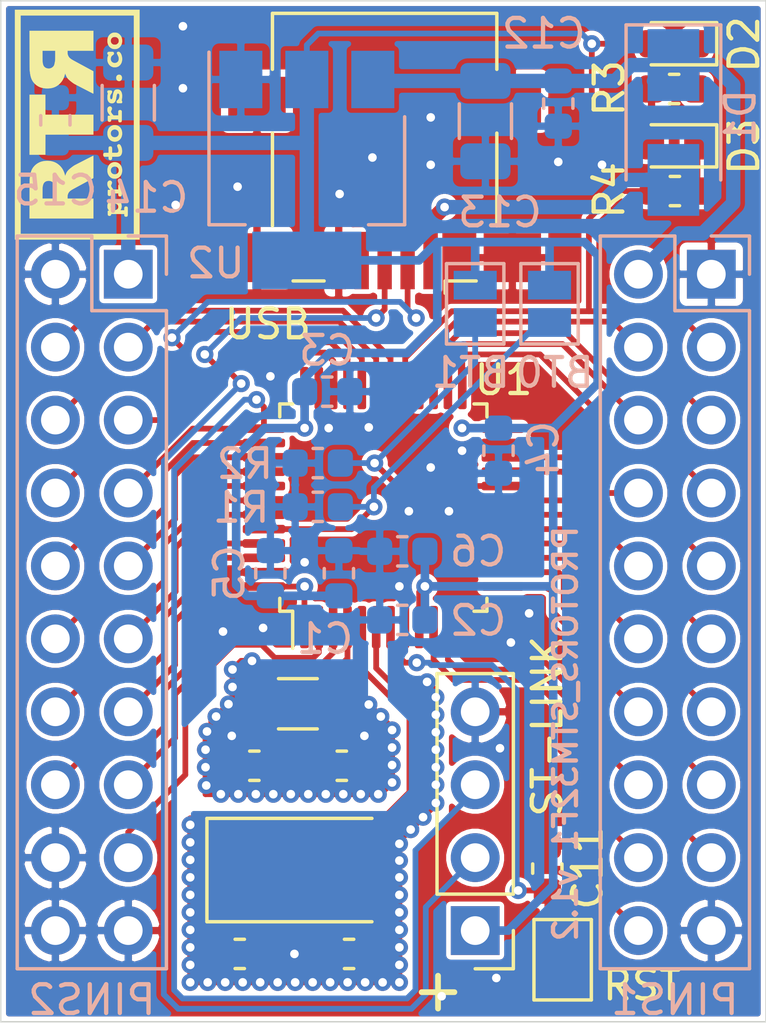
<source format=kicad_pcb>
(kicad_pcb (version 20171130) (host pcbnew "(5.1.5)-3")
  (layers (0 F.Cu signal) (31 B.Cu signal) (34 B.Paste user hide) (35 F.Paste user hide) (36 B.SilkS user) (37 F.SilkS user hide) (38 B.Mask user hide) (39 F.Mask user) (44 Edge.Cuts user))
  (net 0 "")
  (net 1 +3V3)
  (net 2 GND)
  (net 3 HSE_1)
  (net 4 HSE_2)
  (net 5 LSE_1)
  (net 6 LSE_2)
  (net 7 BOOT_0)
  (net 8 +5V)
  (net 9 "Net-(D1-Pad2)")
  (net 10 "Net-(D2-Pad1)")
  (net 11 "Net-(D3-Pad1)")
  (net 12 PA_12)
  (net 13 PA_11)
  (net 14 PA_14)
  (net 15 PA_13)
  (net 16 PA_0)
  (net 17 PA_2)
  (net 18 PA_1)
  (net 19 PA_4)
  (net 20 PA_3)
  (net 21 PA_6)
  (net 22 PA_5)
  (net 23 PB_0)
  (net 24 PA_7)
  (net 25 PB_10)
  (net 26 PB_1)
  (net 27 PB_12)
  (net 28 PB_11)
  (net 29 PB_14)
  (net 30 PB_13)
  (net 31 PA_8)
  (net 32 PB_15)
  (net 33 PC_13)
  (net 34 PB_9)
  (net 35 PB_8)
  (net 36 PB_7)
  (net 37 PB_6)
  (net 38 PB_5)
  (net 39 PB_4)
  (net 40 PB_3)
  (net 41 PA_15)
  (net 42 PA_10)
  (net 43 PA_9)
  (net 44 PB_2)
  (net 45 RST)
  (module protors:logo_8 (layer F.Cu) (at 168.148 96.139 90)
    (fp_text reference G*** hide)
    (fp_text value LOGO hide)
  )
  (module Connector_PinHeader_2.54mm:PinHeader_2x10_P2.54mm_Vertical (layer B.Cu) (at 169.926 101.346 180)
    (fp_text reference PINS2 (at 1.27 -25.273) (layer B.SilkS) (effects (justify mirror)))
    (fp_text value PINS_2)
    (pad 20 thru_hole oval (at 2.54 -22.86 180) (size 1.7 1.7) (drill 1) (layers *.Cu *.Mask) (net 2 GND))
    (pad 19 thru_hole oval (at 0 -22.86 180) (size 1.7 1.7) (drill 1) (layers *.Cu *.Mask) (net 2 GND))
    (pad 18 thru_hole oval (at 2.54 -20.32 180) (size 1.7 1.7) (drill 1) (layers *.Cu *.Mask) (net 2 GND))
    (pad 17 thru_hole oval (at 0 -20.32 180) (size 1.7 1.7) (drill 1) (layers *.Cu *.Mask) (net 33 PC_13))
    (pad 16 thru_hole oval (at 2.54 -17.78 180) (size 1.7 1.7) (drill 1) (layers *.Cu *.Mask) (net 35 PB_8))
    (pad 15 thru_hole oval (at 0 -17.78 180) (size 1.7 1.7) (drill 1) (layers *.Cu *.Mask) (net 34 PB_9))
    (pad 14 thru_hole oval (at 2.54 -15.24 180) (size 1.7 1.7) (drill 1) (layers *.Cu *.Mask) (net 37 PB_6))
    (pad 13 thru_hole oval (at 0 -15.24 180) (size 1.7 1.7) (drill 1) (layers *.Cu *.Mask) (net 36 PB_7))
    (pad 12 thru_hole oval (at 2.54 -12.7 180) (size 1.7 1.7) (drill 1) (layers *.Cu *.Mask) (net 39 PB_4))
    (pad 11 thru_hole oval (at 0 -12.7 180) (size 1.7 1.7) (drill 1) (layers *.Cu *.Mask) (net 38 PB_5))
    (pad 10 thru_hole oval (at 2.54 -10.16 180) (size 1.7 1.7) (drill 1) (layers *.Cu *.Mask) (net 41 PA_15))
    (pad 9 thru_hole oval (at 0 -10.16 180) (size 1.7 1.7) (drill 1) (layers *.Cu *.Mask) (net 40 PB_3))
    (pad 8 thru_hole oval (at 2.54 -7.62 180) (size 1.7 1.7) (drill 1) (layers *.Cu *.Mask) (net 15 PA_13))
    (pad 7 thru_hole oval (at 0 -7.62 180) (size 1.7 1.7) (drill 1) (layers *.Cu *.Mask) (net 14 PA_14))
    (pad 6 thru_hole oval (at 2.54 -5.08 180) (size 1.7 1.7) (drill 1) (layers *.Cu *.Mask) (net 13 PA_11))
    (pad 5 thru_hole oval (at 0 -5.08 180) (size 1.7 1.7) (drill 1) (layers *.Cu *.Mask) (net 12 PA_12))
    (pad 4 thru_hole oval (at 2.54 -2.54 180) (size 1.7 1.7) (drill 1) (layers *.Cu *.Mask) (net 43 PA_9))
    (pad 3 thru_hole oval (at 0 -2.54 180) (size 1.7 1.7) (drill 1) (layers *.Cu *.Mask) (net 42 PA_10))
    (pad 2 thru_hole oval (at 2.54 0 180) (size 1.7 1.7) (drill 1) (layers *.Cu *.Mask) (net 2 GND))
    (pad 1 thru_hole rect (at 0 0 180) (size 1.7 1.7) (drill 1) (layers *.Cu *.Mask) (net 1 +3V3))
  )
  (module Connector_PinHeader_2.54mm:PinHeader_1x04_P2.54mm_Vertical (layer F.Cu) (at 182.0164 124.206 180)
    (fp_text reference ST-LINK (at -2.5146 7.112 90) (layer F.SilkS))
    (fp_text value ST-LINK)
    (pad 4 thru_hole oval (at 0 7.62 180) (size 1.7 1.7) (drill 1) (layers *.Cu *.Mask) (net 2 GND))
    (pad 3 thru_hole oval (at 0 5.08 180) (size 1.7 1.7) (drill 1) (layers *.Cu *.Mask) (net 14 PA_14))
    (pad 2 thru_hole oval (at 0 2.54 180) (size 1.7 1.7) (drill 1) (layers *.Cu *.Mask) (net 15 PA_13))
    (pad 1 thru_hole rect (at 0 0 180) (size 1.7 1.7) (drill 1) (layers *.Cu *.Mask) (net 1 +3V3))
  )
  (module Package_QFP:LQFP-48_7x7mm_P0.5mm (layer F.Cu) (at 178.816 109.474 90)
    (fp_text reference U1 (at 4.445 4.191 180) (layer F.SilkS))
    (fp_text value STM32F103C8Tx)
    (pad 48 smd roundrect (at -2.75 -4.1625 90) (size 0.3 1.475) (layers F.Cu F.Paste F.Mask) (net 1 +3V3))
    (pad 47 smd roundrect (at -2.25 -4.1625 90) (size 0.3 1.475) (layers F.Cu F.Paste F.Mask) (net 2 GND))
    (pad 46 smd roundrect (at -1.75 -4.1625 90) (size 0.3 1.475) (layers F.Cu F.Paste F.Mask) (net 34 PB_9))
    (pad 45 smd roundrect (at -1.25 -4.1625 90) (size 0.3 1.475) (layers F.Cu F.Paste F.Mask) (net 35 PB_8))
    (pad 44 smd roundrect (at -0.75 -4.1625 90) (size 0.3 1.475) (layers F.Cu F.Paste F.Mask) (net 7 BOOT_0))
    (pad 43 smd roundrect (at -0.25 -4.1625 90) (size 0.3 1.475) (layers F.Cu F.Paste F.Mask) (net 36 PB_7))
    (pad 42 smd roundrect (at 0.25 -4.1625 90) (size 0.3 1.475) (layers F.Cu F.Paste F.Mask) (net 37 PB_6))
    (pad 41 smd roundrect (at 0.75 -4.1625 90) (size 0.3 1.475) (layers F.Cu F.Paste F.Mask) (net 38 PB_5))
    (pad 40 smd roundrect (at 1.25 -4.1625 90) (size 0.3 1.475) (layers F.Cu F.Paste F.Mask) (net 39 PB_4))
    (pad 39 smd roundrect (at 1.75 -4.1625 90) (size 0.3 1.475) (layers F.Cu F.Paste F.Mask) (net 40 PB_3))
    (pad 38 smd roundrect (at 2.25 -4.1625 90) (size 0.3 1.475) (layers F.Cu F.Paste F.Mask) (net 41 PA_15))
    (pad 37 smd roundrect (at 2.75 -4.1625 90) (size 0.3 1.475) (layers F.Cu F.Paste F.Mask) (net 14 PA_14))
    (pad 36 smd roundrect (at 4.1625 -2.75 90) (size 1.475 0.3) (layers F.Cu F.Paste F.Mask) (net 1 +3V3))
    (pad 35 smd roundrect (at 4.1625 -2.25 90) (size 1.475 0.3) (layers F.Cu F.Paste F.Mask) (net 2 GND))
    (pad 34 smd roundrect (at 4.1625 -1.75 90) (size 1.475 0.3) (layers F.Cu F.Paste F.Mask) (net 15 PA_13))
    (pad 33 smd roundrect (at 4.1625 -1.25 90) (size 1.475 0.3) (layers F.Cu F.Paste F.Mask) (net 12 PA_12))
    (pad 32 smd roundrect (at 4.1625 -0.75 90) (size 1.475 0.3) (layers F.Cu F.Paste F.Mask) (net 13 PA_11))
    (pad 31 smd roundrect (at 4.1625 -0.25 90) (size 1.475 0.3) (layers F.Cu F.Paste F.Mask) (net 42 PA_10))
    (pad 30 smd roundrect (at 4.1625 0.25 90) (size 1.475 0.3) (layers F.Cu F.Paste F.Mask) (net 43 PA_9))
    (pad 29 smd roundrect (at 4.1625 0.75 90) (size 1.475 0.3) (layers F.Cu F.Paste F.Mask) (net 31 PA_8))
    (pad 28 smd roundrect (at 4.1625 1.25 90) (size 1.475 0.3) (layers F.Cu F.Paste F.Mask) (net 32 PB_15))
    (pad 27 smd roundrect (at 4.1625 1.75 90) (size 1.475 0.3) (layers F.Cu F.Paste F.Mask) (net 29 PB_14))
    (pad 26 smd roundrect (at 4.1625 2.25 90) (size 1.475 0.3) (layers F.Cu F.Paste F.Mask) (net 30 PB_13))
    (pad 25 smd roundrect (at 4.1625 2.75 90) (size 1.475 0.3) (layers F.Cu F.Paste F.Mask) (net 27 PB_12))
    (pad 24 smd roundrect (at 2.75 4.1625 90) (size 0.3 1.475) (layers F.Cu F.Paste F.Mask) (net 1 +3V3))
    (pad 23 smd roundrect (at 2.25 4.1625 90) (size 0.3 1.475) (layers F.Cu F.Paste F.Mask) (net 2 GND))
    (pad 22 smd roundrect (at 1.75 4.1625 90) (size 0.3 1.475) (layers F.Cu F.Paste F.Mask) (net 28 PB_11))
    (pad 21 smd roundrect (at 1.25 4.1625 90) (size 0.3 1.475) (layers F.Cu F.Paste F.Mask) (net 25 PB_10))
    (pad 20 smd roundrect (at 0.75 4.1625 90) (size 0.3 1.475) (layers F.Cu F.Paste F.Mask) (net 44 PB_2))
    (pad 19 smd roundrect (at 0.25 4.1625 90) (size 0.3 1.475) (layers F.Cu F.Paste F.Mask) (net 26 PB_1))
    (pad 18 smd roundrect (at -0.25 4.1625 90) (size 0.3 1.475) (layers F.Cu F.Paste F.Mask) (net 23 PB_0))
    (pad 17 smd roundrect (at -0.75 4.1625 90) (size 0.3 1.475) (layers F.Cu F.Paste F.Mask) (net 24 PA_7))
    (pad 16 smd roundrect (at -1.25 4.1625 90) (size 0.3 1.475) (layers F.Cu F.Paste F.Mask) (net 21 PA_6))
    (pad 15 smd roundrect (at -1.75 4.1625 90) (size 0.3 1.475) (layers F.Cu F.Paste F.Mask) (net 22 PA_5))
    (pad 14 smd roundrect (at -2.25 4.1625 90) (size 0.3 1.475) (layers F.Cu F.Paste F.Mask) (net 19 PA_4))
    (pad 13 smd roundrect (at -2.75 4.1625 90) (size 0.3 1.475) (layers F.Cu F.Paste F.Mask) (net 20 PA_3))
    (pad 12 smd roundrect (at -4.1625 2.75 90) (size 1.475 0.3) (layers F.Cu F.Paste F.Mask) (net 17 PA_2))
    (pad 11 smd roundrect (at -4.1625 2.25 90) (size 1.475 0.3) (layers F.Cu F.Paste F.Mask) (net 18 PA_1))
    (pad 10 smd roundrect (at -4.1625 1.75 90) (size 1.475 0.3) (layers F.Cu F.Paste F.Mask) (net 16 PA_0))
    (pad 9 smd roundrect (at -4.1625 1.25 90) (size 1.475 0.3) (layers F.Cu F.Paste F.Mask) (net 1 +3V3))
    (pad 8 smd roundrect (at -4.1625 0.75 90) (size 1.475 0.3) (layers F.Cu F.Paste F.Mask) (net 2 GND))
    (pad 7 smd roundrect (at -4.1625 0.25 90) (size 1.475 0.3) (layers F.Cu F.Paste F.Mask) (net 45 RST))
    (pad 6 smd roundrect (at -4.1625 -0.25 90) (size 1.475 0.3) (layers F.Cu F.Paste F.Mask) (net 4 HSE_2))
    (pad 5 smd roundrect (at -4.1625 -0.75 90) (size 1.475 0.3) (layers F.Cu F.Paste F.Mask) (net 3 HSE_1))
    (pad 4 smd roundrect (at -4.1625 -1.25 90) (size 1.475 0.3) (layers F.Cu F.Paste F.Mask) (net 6 LSE_2))
    (pad 3 smd roundrect (at -4.1625 -1.75 90) (size 1.475 0.3) (layers F.Cu F.Paste F.Mask) (net 5 LSE_1))
    (pad 2 smd roundrect (at -4.1625 -2.25 90) (size 1.475 0.3) (layers F.Cu F.Paste F.Mask) (net 33 PC_13))
    (pad 1 smd roundrect (at -4.1625 -2.75 90) (size 1.475 0.3) (layers F.Cu F.Paste F.Mask) (net 1 +3V3))
  )
  (module Connector_USB:USB_Mini-B_Lumberg_2486_01_Horizontal (layer F.Cu) (at 178.861 98.171 180)
    (fp_text reference USB (at 4.0709 -4.9149 180) (layer F.SilkS))
    (fp_text value USB_B_Mini)
    (pad 6 smd rect (at 4.45 2.85 180) (size 2 1.7) (layers F.Cu F.Paste F.Mask) (net 2 GND))
    (pad 6 smd rect (at 4.45 -2.6 180) (size 2 1.7) (layers F.Cu F.Paste F.Mask) (net 2 GND))
    (pad 6 smd rect (at -4.45 2.85 180) (size 2 1.7) (layers F.Cu F.Paste F.Mask) (net 2 GND))
    (pad 6 smd rect (at -4.45 -2.6 180) (size 2 1.7) (layers F.Cu F.Paste F.Mask) (net 2 GND))
    (pad 5 smd rect (at 1.6 -2.7 180) (size 0.5 2) (layers F.Cu F.Paste F.Mask) (net 2 GND))
    (pad 4 smd rect (at 0.8 -2.7 180) (size 0.5 2) (layers F.Cu F.Paste F.Mask))
    (pad 3 smd rect (at 0 -2.7 180) (size 0.5 2) (layers F.Cu F.Paste F.Mask) (net 12 PA_12))
    (pad 2 smd rect (at -0.8 -2.7 180) (size 0.5 2) (layers F.Cu F.Paste F.Mask) (net 13 PA_11))
    (pad 1 smd rect (at -1.6 -2.7 180) (size 0.5 2) (layers F.Cu F.Paste F.Mask) (net 9 "Net-(D1-Pad2)"))
  )
  (module Jumper:SolderJumper-2_P1.3mm_Open_Pad1.0x1.5mm (layer B.Cu) (at 182.0164 102.377 90)
    (fp_text reference BT1 (at -2.398 -0.1524 180) (layer B.SilkS) (effects (justify mirror)))
    (fp_text value BOOT1)
    (pad 1 smd rect (at -0.65 0 90) (size 1 1.5) (layers B.Cu B.Mask) (net 44 PB_2))
    (pad 2 smd rect (at 0.65 0 90) (size 1 1.5) (layers B.Cu B.Mask) (net 1 +3V3))
  )
  (module Jumper:SolderJumper-2_P1.3mm_Open_Pad1.0x1.5mm (layer B.Cu) (at 184.6072 102.377 90)
    (fp_text reference BT0 (at -2.398 0.1778 180) (layer B.SilkS) (effects (justify mirror)))
    (fp_text value BOOT0)
    (pad 1 smd rect (at -0.65 0 90) (size 1 1.5) (layers B.Cu B.Mask) (net 7 BOOT_0))
    (pad 2 smd rect (at 0.65 0 90) (size 1 1.5) (layers B.Cu B.Mask) (net 1 +3V3))
  )
  (module Jumper:SolderJumper-2_P1.3mm_Open_Pad1.0x1.5mm (layer F.Cu) (at 185.0644 125.222 270)
    (fp_text reference RST (at 0.889 -2.7686 180) (layer F.SilkS))
    (fp_text value RESET)
    (pad 1 smd rect (at -0.65 0 270) (size 1 1.5) (layers F.Cu F.Mask) (net 45 RST))
    (pad 2 smd rect (at 0.65 0 270) (size 1 1.5) (layers F.Cu F.Mask) (net 2 GND))
  )
  (module Connector_PinHeader_2.54mm:PinHeader_2x10_P2.54mm_Vertical (layer B.Cu) (at 190.246 101.346 180)
    (fp_text reference PINS1 (at 1.27 -25.273) (layer B.SilkS) (effects (justify mirror)))
    (fp_text value PINS_1)
    (pad 20 thru_hole oval (at 2.54 -22.86 180) (size 1.7 1.7) (drill 1) (layers *.Cu *.Mask) (net 16 PA_0))
    (pad 19 thru_hole oval (at 0 -22.86 180) (size 1.7 1.7) (drill 1) (layers *.Cu *.Mask) (net 2 GND))
    (pad 18 thru_hole oval (at 2.54 -20.32 180) (size 1.7 1.7) (drill 1) (layers *.Cu *.Mask) (net 18 PA_1))
    (pad 17 thru_hole oval (at 0 -20.32 180) (size 1.7 1.7) (drill 1) (layers *.Cu *.Mask) (net 17 PA_2))
    (pad 16 thru_hole oval (at 2.54 -17.78 180) (size 1.7 1.7) (drill 1) (layers *.Cu *.Mask) (net 20 PA_3))
    (pad 15 thru_hole oval (at 0 -17.78 180) (size 1.7 1.7) (drill 1) (layers *.Cu *.Mask) (net 19 PA_4))
    (pad 14 thru_hole oval (at 2.54 -15.24 180) (size 1.7 1.7) (drill 1) (layers *.Cu *.Mask) (net 22 PA_5))
    (pad 13 thru_hole oval (at 0 -15.24 180) (size 1.7 1.7) (drill 1) (layers *.Cu *.Mask) (net 21 PA_6))
    (pad 12 thru_hole oval (at 2.54 -12.7 180) (size 1.7 1.7) (drill 1) (layers *.Cu *.Mask) (net 24 PA_7))
    (pad 11 thru_hole oval (at 0 -12.7 180) (size 1.7 1.7) (drill 1) (layers *.Cu *.Mask) (net 23 PB_0))
    (pad 10 thru_hole oval (at 2.54 -10.16 180) (size 1.7 1.7) (drill 1) (layers *.Cu *.Mask) (net 26 PB_1))
    (pad 9 thru_hole oval (at 0 -10.16 180) (size 1.7 1.7) (drill 1) (layers *.Cu *.Mask) (net 25 PB_10))
    (pad 8 thru_hole oval (at 2.54 -7.62 180) (size 1.7 1.7) (drill 1) (layers *.Cu *.Mask) (net 28 PB_11))
    (pad 7 thru_hole oval (at 0 -7.62 180) (size 1.7 1.7) (drill 1) (layers *.Cu *.Mask) (net 27 PB_12))
    (pad 6 thru_hole oval (at 2.54 -5.08 180) (size 1.7 1.7) (drill 1) (layers *.Cu *.Mask) (net 30 PB_13))
    (pad 5 thru_hole oval (at 0 -5.08 180) (size 1.7 1.7) (drill 1) (layers *.Cu *.Mask) (net 29 PB_14))
    (pad 4 thru_hole oval (at 2.54 -2.54 180) (size 1.7 1.7) (drill 1) (layers *.Cu *.Mask) (net 32 PB_15))
    (pad 3 thru_hole oval (at 0 -2.54 180) (size 1.7 1.7) (drill 1) (layers *.Cu *.Mask) (net 31 PA_8))
    (pad 2 thru_hole oval (at 2.54 0 180) (size 1.7 1.7) (drill 1) (layers *.Cu *.Mask) (net 8 +5V))
    (pad 1 thru_hole rect (at 0 0 180) (size 1.7 1.7) (drill 1) (layers *.Cu *.Mask) (net 2 GND))
  )
  (module Crystal:Crystal_SMD_3215-2Pin_3.2x1.5mm (layer F.Cu) (at 175.8369 116.3066 180)
    (fp_text reference Y2 hide)
    (fp_text value 32.768kHz)
    (pad 2 smd rect (at -1.25 0 180) (size 1 1.8) (layers F.Cu F.Paste F.Mask) (net 6 LSE_2))
    (pad 1 smd rect (at 1.25 0 180) (size 1 1.8) (layers F.Cu F.Paste F.Mask) (net 5 LSE_1))
  )
  (module Crystal:Crystal_SMD_5032-2Pin_5.0x3.2mm (layer F.Cu) (at 175.7172 122.0978)
    (fp_text reference Y1 hide)
    (fp_text value 8MHz)
    (pad 2 smd rect (at 1.85 0) (size 2 2.4) (layers F.Cu F.Paste F.Mask) (net 4 HSE_2))
    (pad 1 smd rect (at -1.85 0) (size 2 2.4) (layers F.Cu F.Paste F.Mask) (net 3 HSE_1))
  )
  (module Package_TO_SOT_SMD:SOT-223-3_TabPin2 (layer B.Cu) (at 176.149 97.7138 270)
    (fp_text reference U2 (at 3.2512 3.175 180) (layer B.SilkS) (effects (justify mirror)))
    (fp_text value AMS1117-3.3)
    (pad 1 smd rect (at -3.15 2.3 270) (size 2 1.5) (layers B.Cu B.Paste B.Mask) (net 2 GND))
    (pad 3 smd rect (at -3.15 -2.3 270) (size 2 1.5) (layers B.Cu B.Paste B.Mask) (net 8 +5V))
    (pad 2 smd rect (at -3.15 0 270) (size 2 1.5) (layers B.Cu B.Paste B.Mask) (net 1 +3V3))
    (pad 2 smd rect (at 3.15 0 270) (size 2 3.8) (layers B.Cu B.Paste B.Mask) (net 1 +3V3))
  )
  (module Resistor_SMD:R_0603_1608Metric (layer F.Cu) (at 188.976 98.4504)
    (fp_text reference R4 (at -2.286 -0.0254 90) (layer F.SilkS))
    (fp_text value 1k)
    (pad 2 smd roundrect (at 0.7875 0) (size 0.875 0.95) (layers F.Cu F.Paste F.Mask) (net 11 "Net-(D3-Pad1)"))
    (pad 1 smd roundrect (at -0.7875 0) (size 0.875 0.95) (layers F.Cu F.Paste F.Mask) (net 31 PA_8))
  )
  (module Resistor_SMD:R_0603_1608Metric (layer F.Cu) (at 188.9507 94.8944)
    (fp_text reference R3 (at -2.2607 -0.0254 90) (layer F.SilkS))
    (fp_text value 1k)
    (pad 2 smd roundrect (at 0.7875 0) (size 0.875 0.95) (layers F.Cu F.Paste F.Mask) (net 10 "Net-(D2-Pad1)"))
    (pad 1 smd roundrect (at -0.7875 0) (size 0.875 0.95) (layers F.Cu F.Paste F.Mask) (net 2 GND))
  )
  (module Resistor_SMD:R_0603_1608Metric (layer B.Cu) (at 176.5301 107.9246 180)
    (fp_text reference R2 (at 2.5401 -0.0254) (layer B.SilkS) (effects (justify mirror)))
    (fp_text value 10k)
    (pad 2 smd roundrect (at 0.7875 0 180) (size 0.875 0.95) (layers B.Cu B.Paste B.Mask) (net 2 GND))
    (pad 1 smd roundrect (at -0.7875 0 180) (size 0.875 0.95) (layers B.Cu B.Paste B.Mask) (net 44 PB_2))
  )
  (module Resistor_SMD:R_0603_1608Metric (layer B.Cu) (at 176.5301 109.4486 180)
    (fp_text reference R1 (at 2.6671 -0.0254) (layer B.SilkS) (effects (justify mirror)))
    (fp_text value 10k)
    (pad 2 smd roundrect (at 0.7875 0 180) (size 0.875 0.95) (layers B.Cu B.Paste B.Mask) (net 2 GND))
    (pad 1 smd roundrect (at -0.7875 0 180) (size 0.875 0.95) (layers B.Cu B.Paste B.Mask) (net 7 BOOT_0))
  )
  (module LED_SMD:LED_0603_1608Metric (layer F.Cu) (at 188.9507 96.8756 180)
    (fp_text reference D3 (at -2.4383 -0.0254 90) (layer F.SilkS))
    (fp_text value LED)
    (pad 2 smd roundrect (at 0.7875 0 180) (size 0.875 0.95) (layers F.Cu F.Paste F.Mask) (net 1 +3V3))
    (pad 1 smd roundrect (at -0.7875 0 180) (size 0.875 0.95) (layers F.Cu F.Paste F.Mask) (net 11 "Net-(D3-Pad1)"))
  )
  (module LED_SMD:LED_0603_1608Metric (layer F.Cu) (at 188.9505 93.3196 180)
    (fp_text reference D2 (at -2.4385 -0.0254 90) (layer F.SilkS))
    (fp_text value LED)
    (pad 2 smd roundrect (at 0.7875 0 180) (size 0.875 0.95) (layers F.Cu F.Paste F.Mask) (net 1 +3V3))
    (pad 1 smd roundrect (at -0.7875 0 180) (size 0.875 0.95) (layers F.Cu F.Paste F.Mask) (net 10 "Net-(D2-Pad1)"))
  )
  (module Diode_SMD:D_SMA (layer B.Cu) (at 188.9252 96.0628 270)
    (fp_text reference D1 (at -0.1778 -2.3368 90) (layer B.SilkS) (effects (justify mirror)))
    (fp_text value SS14)
    (pad 2 smd rect (at 2 0 270) (size 2.5 1.8) (layers B.Cu B.Paste B.Mask) (net 9 "Net-(D1-Pad2)"))
    (pad 1 smd rect (at -2 0 270) (size 2.5 1.8) (layers B.Cu B.Paste B.Mask) (net 8 +5V))
  )
  (module Capacitor_SMD:C_0603_1608Metric (layer B.Cu) (at 167.386 95.9865 90)
    (fp_text reference C15 (at -2.4385 0 180) (layer B.SilkS) (effects (justify mirror)))
    (fp_text value 100nF)
    (pad 2 smd roundrect (at 0.7875 0 90) (size 0.875 0.95) (layers B.Cu B.Paste B.Mask) (net 2 GND))
    (pad 1 smd roundrect (at -0.7875 0 90) (size 0.875 0.95) (layers B.Cu B.Paste B.Mask) (net 1 +3V3))
  )
  (module Capacitor_SMD:C_1206_3216Metric (layer B.Cu) (at 169.926 95.374 90)
    (fp_text reference C14 (at -3.305 0.635) (layer B.SilkS) (effects (justify mirror)))
    (fp_text value 10uF)
    (pad 2 smd roundrect (at 1.4 0 90) (size 1.25 1.75) (layers B.Cu B.Paste B.Mask) (roundrect_rratio 0.2) (net 2 GND))
    (pad 1 smd roundrect (at -1.4 0 90) (size 1.25 1.75) (layers B.Cu B.Paste B.Mask) (roundrect_rratio 0.2) (net 1 +3V3))
  )
  (module Capacitor_SMD:C_1206_3216Metric (layer B.Cu) (at 182.372 96.015 270)
    (fp_text reference C13 (at 3.172 -0.508 180) (layer B.SilkS) (effects (justify mirror)))
    (fp_text value 10uF)
    (pad 2 smd roundrect (at 1.4 0 270) (size 1.25 1.75) (layers B.Cu B.Paste B.Mask) (roundrect_rratio 0.2) (net 2 GND))
    (pad 1 smd roundrect (at -1.4 0 270) (size 1.25 1.75) (layers B.Cu B.Paste B.Mask) (roundrect_rratio 0.2) (net 8 +5V))
  )
  (module Capacitor_SMD:C_0603_1608Metric (layer B.Cu) (at 184.912 95.4025 90)
    (fp_text reference C12 (at 2.4385 -0.508) (layer B.SilkS) (effects (justify mirror)))
    (fp_text value 100nF)
    (pad 2 smd roundrect (at 0.7875 0 90) (size 0.875 0.95) (layers B.Cu B.Paste B.Mask) (net 8 +5V))
    (pad 1 smd roundrect (at -0.7875 0 90) (size 0.875 0.95) (layers B.Cu B.Paste B.Mask) (net 2 GND))
  )
  (module Capacitor_SMD:C_0603_1608Metric (layer F.Cu) (at 184.531 122.047 270)
    (fp_text reference C11 (at -0.0255 -1.397 270) (layer F.SilkS))
    (fp_text value 100nF)
    (pad 2 smd roundrect (at 0.7875 0 270) (size 0.875 0.95) (layers F.Cu F.Paste F.Mask) (net 45 RST))
    (pad 1 smd roundrect (at -0.7875 0 270) (size 0.875 0.95) (layers F.Cu F.Paste F.Mask) (net 2 GND))
  )
  (module Capacitor_SMD:C_0603_1608Metric (layer F.Cu) (at 177.3682 118.4656)
    (fp_text reference C10 hide)
    (fp_text value 12pF)
    (pad 2 smd roundrect (at 0.7875 0) (size 0.875 0.95) (layers F.Cu F.Paste F.Mask) (net 2 GND))
    (pad 1 smd roundrect (at -0.7875 0) (size 0.875 0.95) (layers F.Cu F.Paste F.Mask) (net 6 LSE_2))
  )
  (module Capacitor_SMD:C_0603_1608Metric (layer F.Cu) (at 174.3202 118.4656 180)
    (fp_text reference C9 hide)
    (fp_text value 12pF)
    (pad 2 smd roundrect (at 0.7875 0 180) (size 0.875 0.95) (layers F.Cu F.Paste F.Mask) (net 2 GND))
    (pad 1 smd roundrect (at -0.7875 0 180) (size 0.875 0.95) (layers F.Cu F.Paste F.Mask) (net 5 LSE_1))
  )
  (module Capacitor_SMD:C_0603_1608Metric (layer F.Cu) (at 177.6222 125.0188 180)
    (fp_text reference C8 hide)
    (fp_text value 20pF)
    (pad 2 smd roundrect (at 0.7875 0 180) (size 0.875 0.95) (layers F.Cu F.Paste F.Mask) (net 2 GND))
    (pad 1 smd roundrect (at -0.7875 0 180) (size 0.875 0.95) (layers F.Cu F.Paste F.Mask) (net 4 HSE_2))
  )
  (module Capacitor_SMD:C_0603_1608Metric (layer F.Cu) (at 173.8122 125.0188)
    (fp_text reference C7 hide)
    (fp_text value 20pF)
    (pad 2 smd roundrect (at 0.7875 0) (size 0.875 0.95) (layers F.Cu F.Paste F.Mask) (net 2 GND))
    (pad 1 smd roundrect (at -0.7875 0) (size 0.875 0.95) (layers F.Cu F.Paste F.Mask) (net 3 HSE_1))
  )
  (module Capacitor_SMD:C_0603_1608Metric (layer B.Cu) (at 179.4763 110.998)
    (fp_text reference C6 (at 2.6417 0) (layer B.SilkS) (effects (justify mirror)))
    (fp_text value 10nF)
    (pad 2 smd roundrect (at 0.7875 0) (size 0.875 0.95) (layers B.Cu B.Paste B.Mask) (net 1 +3V3))
    (pad 1 smd roundrect (at -0.7875 0) (size 0.875 0.95) (layers B.Cu B.Paste B.Mask) (net 2 GND))
  )
  (module Capacitor_SMD:C_0603_1608Metric (layer B.Cu) (at 174.879 111.7599 270)
    (fp_text reference C5 (at 0 1.43 90) (layer B.SilkS) (effects (justify mirror)))
    (fp_text value 100nF)
    (pad 2 smd roundrect (at 0.7875 0 270) (size 0.875 0.95) (layers B.Cu B.Paste B.Mask) (net 1 +3V3))
    (pad 1 smd roundrect (at -0.7875 0 270) (size 0.875 0.95) (layers B.Cu B.Paste B.Mask) (net 2 GND))
  )
  (module Capacitor_SMD:C_0603_1608Metric (layer B.Cu) (at 182.8292 107.4929 90)
    (fp_text reference C4 (at 0.0509 1.5748 90) (layer B.SilkS) (effects (justify mirror)))
    (fp_text value 100nF)
    (pad 2 smd roundrect (at 0.7875 0 90) (size 0.875 0.95) (layers B.Cu B.Paste B.Mask) (net 1 +3V3))
    (pad 1 smd roundrect (at -0.7875 0 90) (size 0.875 0.95) (layers B.Cu B.Paste B.Mask) (net 2 GND))
  )
  (module Capacitor_SMD:C_0603_1608Metric (layer B.Cu) (at 176.8603 105.4354 180)
    (fp_text reference C3 (at 0 1.43) (layer B.SilkS) (effects (justify mirror)))
    (fp_text value 100nF)
    (pad 2 smd roundrect (at 0.7875 0 180) (size 0.875 0.95) (layers B.Cu B.Paste B.Mask) (net 1 +3V3))
    (pad 1 smd roundrect (at -0.7875 0 180) (size 0.875 0.95) (layers B.Cu B.Paste B.Mask) (net 2 GND))
  )
  (module Capacitor_SMD:C_0603_1608Metric (layer B.Cu) (at 179.4763 113.3856)
    (fp_text reference C2 (at 2.6417 0.0254) (layer B.SilkS) (effects (justify mirror)))
    (fp_text value 1uF)
    (pad 2 smd roundrect (at 0.7875 0) (size 0.875 0.95) (layers B.Cu B.Paste B.Mask) (net 1 +3V3))
    (pad 1 smd roundrect (at -0.7875 0) (size 0.875 0.95) (layers B.Cu B.Paste B.Mask) (net 2 GND))
  )
  (module Capacitor_SMD:C_0603_1608Metric (layer B.Cu) (at 177.2666 111.76 270)
    (fp_text reference C1 (at 2.286 0.4826 180) (layer B.SilkS) (effects (justify mirror)))
    (fp_text value 4.7uF)
    (pad 2 smd roundrect (at 0.7875 0 270) (size 0.875 0.95) (layers B.Cu B.Paste B.Mask) (net 1 +3V3))
    (pad 1 smd roundrect (at -0.7875 0 270) (size 0.875 0.95) (layers B.Cu B.Paste B.Mask) (net 2 GND))
  )
  (gr_text "PROTORS_STM32F1 v1.2" (at 185.166 117.348 90) (layer B.SilkS) (effects (font (size 0.8 0.8)) (justify mirror)))
  (gr_text + (at 180.721 126.238) (layer F.SilkS) (effects (font (size 1.5 1.5) (thickness 0.2))))
  (gr_line (start 165.481 127.381) (end 192.151 127.381) (layer Edge.Cuts) (width 0.05))
  (gr_line (start 165.481 91.821) (end 165.481 127.381) (layer Edge.Cuts) (width 0.05))
  (gr_line (start 192.151 91.821) (end 165.481 91.821) (layer Edge.Cuts) (width 0.05))
  (gr_line (start 192.151 127.381) (end 192.151 91.821) (layer Edge.Cuts) (width 0.05))
  (via (at 176.0728 106.7054) (size 0.6) (drill 0.3) (layers F.Cu B.Cu) (net 1))
  (segment (start 176.066 105.3115) (end 176.066 106.6986) (width 0.2) (layer F.Cu) (net 1))
  (segment (start 176.066 106.6986) (end 176.0728 106.7054) (width 0.2) (layer F.Cu) (net 1))
  (segment (start 182.9785 106.724) (end 181.5778 106.724) (width 0.2) (layer F.Cu) (net 1))
  (via (at 181.5592 106.7054) (size 0.6) (drill 0.3) (layers F.Cu B.Cu) (net 1))
  (segment (start 181.5778 106.724) (end 181.5592 106.7054) (width 0.2) (layer F.Cu) (net 1))
  (segment (start 180.066 113.6365) (end 180.066 112.5928) (width 0.2) (layer F.Cu) (net 1))
  (segment (start 180.066 112.5928) (end 180.066 112.415) (width 0.2) (layer F.Cu) (net 1))
  (via (at 180.2638 112.2172) (size 0.6) (drill 0.3) (layers F.Cu B.Cu) (net 1))
  (segment (start 180.066 112.415) (end 180.2638 112.2172) (width 0.2) (layer F.Cu) (net 1))
  (via (at 176.0728 112.2172) (size 0.6) (drill 0.3) (layers F.Cu B.Cu) (net 1))
  (segment (start 176.066 113.6365) (end 176.066 112.224) (width 0.2) (layer F.Cu) (net 1))
  (segment (start 176.066 112.224) (end 176.0728 112.2172) (width 0.2) (layer F.Cu) (net 1))
  (segment (start 174.6535 112.224) (end 176.066 112.224) (width 0.2) (layer F.Cu) (net 1))
  (segment (start 167.386 96.774) (end 169.926 96.774) (width 0.5) (layer B.Cu) (net 1))
  (segment (start 176.149 100.8638) (end 176.149 99.3638) (width 0.5) (layer B.Cu) (net 1))
  (segment (start 169.926 96.774) (end 176.149 96.774) (width 0.5) (layer B.Cu) (net 1))
  (segment (start 176.149 99.3638) (end 176.149 96.774) (width 0.5) (layer B.Cu) (net 1))
  (segment (start 176.149 96.774) (end 176.149 94.5638) (width 0.5) (layer B.Cu) (net 1))
  (segment (start 169.926 96.774) (end 169.926 101.346) (width 0.5) (layer B.Cu) (net 1))
  (segment (start 176.149 93.3638) (end 176.5488 92.964) (width 0.2) (layer B.Cu) (net 1))
  (segment (start 176.149 94.5638) (end 176.149 93.3638) (width 0.2) (layer B.Cu) (net 1))
  (via (at 186.0804 93.3196) (size 0.6) (drill 0.3) (layers F.Cu B.Cu) (net 1))
  (segment (start 176.5488 92.964) (end 185.7248 92.964) (width 0.2) (layer B.Cu) (net 1))
  (segment (start 185.7248 92.964) (end 186.0804 93.3196) (width 0.2) (layer B.Cu) (net 1))
  (segment (start 186.504664 93.3196) (end 188.163 93.3196) (width 0.2) (layer F.Cu) (net 1))
  (segment (start 186.0804 93.3196) (end 186.504664 93.3196) (width 0.2) (layer F.Cu) (net 1))
  (segment (start 187.7257 96.8756) (end 188.1632 96.8756) (width 0.2) (layer F.Cu) (net 1))
  (segment (start 186.0804 93.3196) (end 186.0804 95.2303) (width 0.2) (layer F.Cu) (net 1))
  (segment (start 188.1632 96.8756) (end 186.9948 96.8756) (width 0.2) (layer F.Cu) (net 1))
  (segment (start 186.0804 95.9612) (end 186.0804 95.2303) (width 0.2) (layer F.Cu) (net 1))
  (segment (start 186.9948 96.8756) (end 186.0804 95.9612) (width 0.2) (layer F.Cu) (net 1))
  (segment (start 176.149 100.8638) (end 180.0602 100.8638) (width 0.3) (layer B.Cu) (net 1))
  (segment (start 180.0602 100.8638) (end 180.6956 100.2284) (width 0.3) (layer B.Cu) (net 1))
  (segment (start 180.6956 100.2284) (end 181.864 100.2284) (width 0.3) (layer B.Cu) (net 1))
  (segment (start 186.2836 105.156) (end 184.7342 106.7054) (width 0.3) (layer B.Cu) (net 1))
  (segment (start 184.7342 106.7054) (end 182.8292 106.7054) (width 0.3) (layer B.Cu) (net 1))
  (segment (start 186.2836 100.6856) (end 186.2836 105.156) (width 0.3) (layer B.Cu) (net 1))
  (segment (start 185.8264 100.2284) (end 186.2836 100.6856) (width 0.3) (layer B.Cu) (net 1))
  (segment (start 182.8292 106.7054) (end 181.5592 106.7054) (width 0.3) (layer B.Cu) (net 1))
  (segment (start 176.0728 106.7054) (end 176.0728 105.4354) (width 0.3) (layer B.Cu) (net 1))
  (segment (start 177.2665 112.5474) (end 177.2666 112.5475) (width 0.3) (layer B.Cu) (net 1))
  (segment (start 176.0474 112.2426) (end 176.0728 112.2172) (width 0.3) (layer B.Cu) (net 1))
  (segment (start 176.0474 112.5474) (end 176.0474 112.2426) (width 0.3) (layer B.Cu) (net 1))
  (segment (start 176.0474 112.5474) (end 177.2665 112.5474) (width 0.3) (layer B.Cu) (net 1))
  (segment (start 174.879 112.5474) (end 176.0474 112.5474) (width 0.3) (layer B.Cu) (net 1))
  (segment (start 180.2638 112.2172) (end 180.2638 110.998) (width 0.3) (layer B.Cu) (net 1))
  (segment (start 180.2638 112.2172) (end 180.2638 113.3856) (width 0.3) (layer B.Cu) (net 1))
  (segment (start 180.2638 112.2172) (end 180.688064 112.2172) (width 0.3) (layer B.Cu) (net 1))
  (segment (start 180.688064 112.2172) (end 184.7088 112.2172) (width 0.3) (layer B.Cu) (net 1))
  (segment (start 176.0728 104.9604) (end 176.944 104.0892) (width 0.3) (layer B.Cu) (net 1))
  (segment (start 176.0728 105.4354) (end 176.0728 104.9604) (width 0.3) (layer B.Cu) (net 1))
  (segment (start 180.6956 103.036202) (end 180.6956 100.2284) (width 0.3) (layer B.Cu) (net 1))
  (segment (start 179.642602 104.0892) (end 180.6956 103.036202) (width 0.3) (layer B.Cu) (net 1))
  (segment (start 176.944 104.0892) (end 179.642602 104.0892) (width 0.3) (layer B.Cu) (net 1))
  (segment (start 182.0164 100.927) (end 182.0164 100.2284) (width 0.3) (layer B.Cu) (net 1))
  (segment (start 181.864 100.2284) (end 182.0164 100.2284) (width 0.3) (layer B.Cu) (net 1))
  (segment (start 182.0164 101.727) (end 182.0164 100.927) (width 0.3) (layer B.Cu) (net 1))
  (segment (start 182.0164 100.2284) (end 184.4548 100.2284) (width 0.3) (layer B.Cu) (net 1))
  (segment (start 184.6072 100.927) (end 184.6072 100.2284) (width 0.3) (layer B.Cu) (net 1))
  (segment (start 184.6072 101.727) (end 184.6072 100.927) (width 0.3) (layer B.Cu) (net 1))
  (segment (start 184.4548 100.2284) (end 184.6072 100.2284) (width 0.3) (layer B.Cu) (net 1))
  (segment (start 184.6072 100.2284) (end 185.8264 100.2284) (width 0.3) (layer B.Cu) (net 1))
  (segment (start 176.0728 106.7054) (end 174.6758 106.7054) (width 0.3) (layer B.Cu) (net 1))
  (segment (start 174.6758 106.7054) (end 173.6852 107.696) (width 0.3) (layer B.Cu) (net 1))
  (segment (start 173.6852 107.696) (end 173.6852 112.1664) (width 0.3) (layer B.Cu) (net 1))
  (segment (start 174.0662 112.5474) (end 174.879 112.5474) (width 0.3) (layer B.Cu) (net 1))
  (segment (start 173.6852 112.1664) (end 174.0662 112.5474) (width 0.3) (layer B.Cu) (net 1))
  (segment (start 183.1664 124.206) (end 182.0164 124.206) (width 0.3) (layer B.Cu) (net 1))
  (segment (start 184.7342 122.6382) (end 183.1664 124.206) (width 0.3) (layer B.Cu) (net 1))
  (segment (start 184.7342 106.7054) (end 184.7342 122.6382) (width 0.3) (layer B.Cu) (net 1))
  (segment (start 172.085 126.0094) (end 172.085 126.0094) (width 0.2) (layer F.Cu) (net 2))
  (via (at 176.911 106.7054) (size 0.6) (drill 0.3) (layers F.Cu B.Cu) (net 2))
  (segment (start 176.566 105.3115) (end 176.566 106.3604) (width 0.2) (layer F.Cu) (net 2))
  (segment (start 176.566 106.3604) (end 176.911 106.7054) (width 0.2) (layer F.Cu) (net 2))
  (via (at 181.5592 107.4928) (size 0.6) (drill 0.3) (layers F.Cu B.Cu) (net 2))
  (segment (start 182.9785 107.224) (end 181.828 107.224) (width 0.2) (layer F.Cu) (net 2))
  (segment (start 181.828 107.224) (end 181.5592 107.4928) (width 0.2) (layer F.Cu) (net 2))
  (via (at 179.3748 112.2172) (size 0.6) (drill 0.3) (layers F.Cu B.Cu) (net 2))
  (segment (start 179.566 113.6365) (end 179.566 112.4084) (width 0.2) (layer F.Cu) (net 2))
  (segment (start 179.566 112.4084) (end 179.3748 112.2172) (width 0.2) (layer F.Cu) (net 2))
  (via (at 176.0728 111.379) (size 0.6) (drill 0.3) (layers F.Cu B.Cu) (net 2))
  (segment (start 174.6535 111.724) (end 175.7278 111.724) (width 0.2) (layer F.Cu) (net 2))
  (segment (start 175.7278 111.724) (end 176.0728 111.379) (width 0.2) (layer F.Cu) (net 2))
  (segment (start 176.5046 119.4562) (end 176.8094 119.4562) (width 0.2) (layer F.Cu) (net 2))
  (via (at 178.6382 119.4562) (size 0.6) (drill 0.3) (layers F.Cu B.Cu) (net 2))
  (segment (start 178.0286 119.4562) (end 178.6382 119.4562) (width 0.2) (layer F.Cu) (net 2))
  (via (at 178.0286 119.4562) (size 0.6) (drill 0.3) (layers F.Cu B.Cu) (net 2))
  (segment (start 177.419 119.4562) (end 178.0286 119.4562) (width 0.2) (layer F.Cu) (net 2))
  (via (at 177.419 119.4562) (size 0.6) (drill 0.3) (layers F.Cu B.Cu) (net 2))
  (segment (start 176.8094 119.4562) (end 177.419 119.4562) (width 0.2) (layer F.Cu) (net 2))
  (via (at 176.8094 119.4562) (size 0.6) (drill 0.3) (layers F.Cu B.Cu) (net 2))
  (segment (start 176.1998 119.4562) (end 176.5046 119.4562) (width 0.2) (layer F.Cu) (net 2))
  (via (at 176.1998 119.4562) (size 0.6) (drill 0.3) (layers F.Cu B.Cu) (net 2))
  (segment (start 175.5902 119.4562) (end 176.1998 119.4562) (width 0.2) (layer F.Cu) (net 2))
  (via (at 175.5902 119.4562) (size 0.6) (drill 0.3) (layers F.Cu B.Cu) (net 2))
  (segment (start 174.9806 119.4562) (end 175.5902 119.4562) (width 0.2) (layer F.Cu) (net 2))
  (via (at 174.9806 119.4562) (size 0.6) (drill 0.3) (layers F.Cu B.Cu) (net 2))
  (segment (start 174.371 119.4562) (end 174.9806 119.4562) (width 0.2) (layer F.Cu) (net 2))
  (via (at 174.371 119.4562) (size 0.6) (drill 0.3) (layers F.Cu B.Cu) (net 2))
  (segment (start 173.7614 119.4562) (end 174.371 119.4562) (width 0.2) (layer F.Cu) (net 2))
  (via (at 173.7614 119.4562) (size 0.6) (drill 0.3) (layers F.Cu B.Cu) (net 2))
  (segment (start 173.1518 119.4562) (end 173.7614 119.4562) (width 0.2) (layer F.Cu) (net 2))
  (via (at 173.1518 119.4562) (size 0.6) (drill 0.3) (layers F.Cu B.Cu) (net 2))
  (segment (start 173.5327 118.4656) (end 173.5327 117.4243) (width 0.2) (layer F.Cu) (net 2))
  (via (at 173.5328 117.4242) (size 0.6) (drill 0.3) (layers F.Cu B.Cu) (net 2))
  (segment (start 178.1557 118.4656) (end 178.1557 117.4243) (width 0.2) (layer F.Cu) (net 2))
  (via (at 178.1556 117.4242) (size 0.6) (drill 0.3) (layers F.Cu B.Cu) (net 2))
  (segment (start 178.1557 117.4243) (end 178.1556 117.4242) (width 0.2) (layer F.Cu) (net 2))
  (segment (start 179.1208 117.1448) (end 178.7271 116.7511) (width 0.2) (layer F.Cu) (net 2))
  (segment (start 179.1208 119.0498) (end 179.1208 118.4402) (width 0.2) (layer F.Cu) (net 2))
  (via (at 179.1208 119.0498) (size 0.6) (drill 0.3) (layers F.Cu B.Cu) (net 2))
  (segment (start 179.1208 118.4402) (end 179.1208 117.8306) (width 0.2) (layer F.Cu) (net 2))
  (via (at 179.1208 118.4402) (size 0.6) (drill 0.3) (layers F.Cu B.Cu) (net 2))
  (segment (start 179.1208 117.8306) (end 179.1208 117.221) (width 0.2) (layer F.Cu) (net 2))
  (via (at 179.1208 117.8306) (size 0.6) (drill 0.3) (layers F.Cu B.Cu) (net 2))
  (segment (start 179.1208 117.221) (end 179.1208 117.1448) (width 0.2) (layer F.Cu) (net 2))
  (via (at 179.1208 117.221) (size 0.6) (drill 0.3) (layers F.Cu B.Cu) (net 2))
  (via (at 178.7271 116.7511) (size 0.6) (drill 0.3) (layers F.Cu B.Cu) (net 2))
  (segment (start 172.6184 119.4562) (end 173.1518 119.4562) (width 0.2) (layer F.Cu) (net 2))
  (segment (start 172.6184 119.4562) (end 172.6184 119.126) (width 0.2) (layer F.Cu) (net 2))
  (segment (start 172.6184 119.126) (end 172.6184 118.5164) (width 0.2) (layer F.Cu) (net 2))
  (via (at 172.6438 119.1514) (size 0.6) (drill 0.3) (layers F.Cu B.Cu) (net 2))
  (segment (start 172.6184 118.5164) (end 172.6184 117.9068) (width 0.2) (layer F.Cu) (net 2))
  (via (at 172.6184 118.5164) (size 0.6) (drill 0.3) (layers F.Cu B.Cu) (net 2))
  (segment (start 172.6184 117.9068) (end 172.6184 117.5258) (width 0.2) (layer F.Cu) (net 2))
  (via (at 172.6184 117.9068) (size 0.6) (drill 0.3) (layers F.Cu B.Cu) (net 2))
  (segment (start 172.6184 117.5258) (end 172.6184 117.3226) (width 0.2) (layer F.Cu) (net 2))
  (segment (start 172.6184 117.3226) (end 172.6692 117.2718) (width 0.2) (layer F.Cu) (net 2))
  (segment (start 172.8216 117.1194) (end 172.8216 116.9162) (width 0.2) (layer F.Cu) (net 2))
  (segment (start 172.8216 116.9162) (end 172.9867 116.7511) (width 0.2) (layer F.Cu) (net 2))
  (segment (start 173.5582 116.1796) (end 173.5582 115.7224) (width 0.2) (layer F.Cu) (net 2))
  (segment (start 172.6692 117.2718) (end 172.8216 117.1194) (width 0.2) (layer F.Cu) (net 2))
  (via (at 172.6692 117.2718) (size 0.6) (drill 0.3) (layers F.Cu B.Cu) (net 2))
  (segment (start 172.9867 116.7511) (end 173.4185 116.3193) (width 0.2) (layer F.Cu) (net 2))
  (via (at 172.9867 116.7511) (size 0.6) (drill 0.3) (layers F.Cu B.Cu) (net 2))
  (segment (start 173.4185 116.3193) (end 173.5582 116.1796) (width 0.2) (layer F.Cu) (net 2))
  (via (at 173.4185 116.3193) (size 0.6) (drill 0.3) (layers F.Cu B.Cu) (net 2))
  (segment (start 173.5582 115.7224) (end 173.5582 115.1128) (width 0.2) (layer F.Cu) (net 2))
  (via (at 173.5582 115.7224) (size 0.6) (drill 0.3) (layers F.Cu B.Cu) (net 2))
  (segment (start 173.5582 115.1128) (end 173.5582 115.0112) (width 0.2) (layer F.Cu) (net 2))
  (via (at 173.5582 115.1128) (size 0.6) (drill 0.3) (layers F.Cu B.Cu) (net 2))
  (segment (start 173.5582 115.1128) (end 173.858199 114.812801) (width 0.2) (layer F.Cu) (net 2))
  (via (at 175.7172 125.0188) (size 0.6) (drill 0.3) (layers F.Cu B.Cu) (net 2))
  (segment (start 176.8347 125.0188) (end 175.7172 125.0188) (width 0.2) (layer F.Cu) (net 2))
  (segment (start 174.5997 125.0188) (end 175.7172 125.0188) (width 0.2) (layer F.Cu) (net 2))
  (segment (start 172.085 126.0094) (end 172.085 125.3998) (width 0.2) (layer F.Cu) (net 2))
  (segment (start 172.085 126.0094) (end 172.6946 126.0094) (width 0.2) (layer F.Cu) (net 2))
  (via (at 172.085 126.0094) (size 0.6) (drill 0.3) (layers F.Cu B.Cu) (net 2))
  (segment (start 172.6946 126.0094) (end 173.3042 126.0094) (width 0.2) (layer F.Cu) (net 2))
  (via (at 172.6946 126.0094) (size 0.6) (drill 0.3) (layers F.Cu B.Cu) (net 2))
  (segment (start 173.3042 126.0094) (end 173.9138 126.0094) (width 0.2) (layer F.Cu) (net 2))
  (via (at 173.3042 126.0094) (size 0.6) (drill 0.3) (layers F.Cu B.Cu) (net 2))
  (segment (start 173.9138 126.0094) (end 174.5234 126.0094) (width 0.2) (layer F.Cu) (net 2))
  (via (at 173.9138 126.0094) (size 0.6) (drill 0.3) (layers F.Cu B.Cu) (net 2))
  (segment (start 174.5234 126.0094) (end 175.133 126.0094) (width 0.2) (layer F.Cu) (net 2))
  (via (at 174.5234 126.0094) (size 0.6) (drill 0.3) (layers F.Cu B.Cu) (net 2))
  (segment (start 175.133 126.0094) (end 175.7426 126.0094) (width 0.2) (layer F.Cu) (net 2))
  (via (at 175.133 126.0094) (size 0.6) (drill 0.3) (layers F.Cu B.Cu) (net 2))
  (segment (start 175.7426 126.0094) (end 176.3522 126.0094) (width 0.2) (layer F.Cu) (net 2))
  (via (at 175.7426 126.0094) (size 0.6) (drill 0.3) (layers F.Cu B.Cu) (net 2))
  (segment (start 176.3522 126.0094) (end 176.9618 126.0094) (width 0.2) (layer F.Cu) (net 2))
  (via (at 176.3522 126.0094) (size 0.6) (drill 0.3) (layers F.Cu B.Cu) (net 2))
  (segment (start 176.9618 126.0094) (end 177.5714 126.0094) (width 0.2) (layer F.Cu) (net 2))
  (via (at 176.9618 126.0094) (size 0.6) (drill 0.3) (layers F.Cu B.Cu) (net 2))
  (segment (start 177.5714 126.0094) (end 178.181 126.0094) (width 0.2) (layer F.Cu) (net 2))
  (via (at 177.5714 126.0094) (size 0.6) (drill 0.3) (layers F.Cu B.Cu) (net 2))
  (segment (start 178.181 126.0094) (end 178.7906 126.0094) (width 0.2) (layer F.Cu) (net 2))
  (via (at 178.181 126.0094) (size 0.6) (drill 0.3) (layers F.Cu B.Cu) (net 2))
  (via (at 178.7906 126.0094) (size 0.6) (drill 0.3) (layers F.Cu B.Cu) (net 2))
  (segment (start 178.7906 126.0094) (end 179.3748 126.0094) (width 0.2) (layer F.Cu) (net 2))
  (segment (start 179.3748 126.0094) (end 179.3748 126.0094) (width 0.2) (layer F.Cu) (net 2))
  (segment (start 179.3748 126.0094) (end 179.3748 125.3998) (width 0.2) (layer F.Cu) (net 2))
  (via (at 179.3748 126.0094) (size 0.6) (drill 0.3) (layers F.Cu B.Cu) (net 2))
  (segment (start 179.3748 125.3998) (end 179.3748 124.7902) (width 0.2) (layer F.Cu) (net 2))
  (via (at 179.3748 125.3998) (size 0.6) (drill 0.3) (layers F.Cu B.Cu) (net 2))
  (segment (start 179.3748 124.7902) (end 179.3748 124.1806) (width 0.2) (layer F.Cu) (net 2))
  (via (at 179.3748 124.7902) (size 0.6) (drill 0.3) (layers F.Cu B.Cu) (net 2))
  (segment (start 179.3748 124.1806) (end 179.3748 123.571) (width 0.2) (layer F.Cu) (net 2))
  (via (at 179.3748 124.1806) (size 0.6) (drill 0.3) (layers F.Cu B.Cu) (net 2))
  (segment (start 179.3748 123.571) (end 179.3748 122.9614) (width 0.2) (layer F.Cu) (net 2))
  (via (at 179.3748 123.571) (size 0.6) (drill 0.3) (layers F.Cu B.Cu) (net 2))
  (segment (start 179.3748 122.9614) (end 179.3748 122.3518) (width 0.2) (layer F.Cu) (net 2))
  (via (at 179.3748 122.9614) (size 0.6) (drill 0.3) (layers F.Cu B.Cu) (net 2))
  (segment (start 179.3748 122.3518) (end 179.3748 121.7676) (width 0.2) (layer F.Cu) (net 2))
  (via (at 179.3748 122.3518) (size 0.6) (drill 0.3) (layers F.Cu B.Cu) (net 2))
  (segment (start 172.085 125.3998) (end 172.085 124.7902) (width 0.2) (layer F.Cu) (net 2))
  (via (at 172.085 125.3998) (size 0.6) (drill 0.3) (layers F.Cu B.Cu) (net 2))
  (segment (start 172.085 124.7902) (end 172.085 124.3838) (width 0.2) (layer F.Cu) (net 2))
  (via (at 172.085 124.7902) (size 0.6) (drill 0.3) (layers F.Cu B.Cu) (net 2))
  (segment (start 172.085 124.3838) (end 172.085 124.1806) (width 0.2) (layer F.Cu) (net 2))
  (segment (start 172.085 124.1806) (end 172.085 123.571) (width 0.2) (layer F.Cu) (net 2))
  (via (at 172.085 124.1806) (size 0.6) (drill 0.3) (layers F.Cu B.Cu) (net 2))
  (segment (start 172.085 123.571) (end 172.085 122.9614) (width 0.2) (layer F.Cu) (net 2))
  (via (at 172.085 123.571) (size 0.6) (drill 0.3) (layers F.Cu B.Cu) (net 2))
  (segment (start 172.085 122.9614) (end 172.085 122.3518) (width 0.2) (layer F.Cu) (net 2))
  (via (at 172.085 122.9614) (size 0.6) (drill 0.3) (layers F.Cu B.Cu) (net 2))
  (segment (start 172.085 122.3518) (end 172.085 121.7422) (width 0.2) (layer F.Cu) (net 2))
  (via (at 172.085 122.3518) (size 0.6) (drill 0.3) (layers F.Cu B.Cu) (net 2))
  (segment (start 172.085 121.7422) (end 172.085 121.1326) (width 0.2) (layer F.Cu) (net 2))
  (via (at 172.085 121.7422) (size 0.6) (drill 0.3) (layers F.Cu B.Cu) (net 2))
  (segment (start 172.085 121.1326) (end 172.085 120.523) (width 0.2) (layer F.Cu) (net 2))
  (via (at 172.085 121.1326) (size 0.6) (drill 0.3) (layers F.Cu B.Cu) (net 2))
  (segment (start 172.085 120.523) (end 172.085 120.2944) (width 0.2) (layer F.Cu) (net 2))
  (via (at 172.085 120.523) (size 0.6) (drill 0.3) (layers F.Cu B.Cu) (net 2))
  (segment (start 180.6448 119.126) (end 180.6448 118.6434) (width 0.2) (layer F.Cu) (net 2))
  (via (at 180.6448 119.126) (size 0.6) (drill 0.3) (layers F.Cu B.Cu) (net 2))
  (segment (start 180.6448 118.6434) (end 180.6448 118.5164) (width 0.2) (layer F.Cu) (net 2))
  (segment (start 180.6448 115.8494) (end 180.34 115.5446) (width 0.2) (layer F.Cu) (net 2))
  (segment (start 180.6448 118.5164) (end 180.6448 117.9068) (width 0.2) (layer F.Cu) (net 2))
  (via (at 180.6448 118.5164) (size 0.6) (drill 0.3) (layers F.Cu B.Cu) (net 2))
  (segment (start 180.6448 117.9068) (end 180.6448 117.2972) (width 0.2) (layer F.Cu) (net 2))
  (via (at 180.6448 117.9068) (size 0.6) (drill 0.3) (layers F.Cu B.Cu) (net 2))
  (segment (start 180.6448 117.2972) (end 180.6448 116.6876) (width 0.2) (layer F.Cu) (net 2))
  (via (at 180.6448 117.2972) (size 0.6) (drill 0.3) (layers F.Cu B.Cu) (net 2))
  (segment (start 180.6448 116.6876) (end 180.6448 116.078) (width 0.2) (layer F.Cu) (net 2))
  (via (at 180.6448 116.6876) (size 0.6) (drill 0.3) (layers F.Cu B.Cu) (net 2))
  (segment (start 180.6448 116.078) (end 180.6448 115.8494) (width 0.2) (layer F.Cu) (net 2))
  (via (at 180.6448 116.078) (size 0.6) (drill 0.3) (layers F.Cu B.Cu) (net 2))
  (via (at 180.34 115.5446) (size 0.6) (drill 0.3) (layers F.Cu B.Cu) (net 2))
  (segment (start 179.3748 121.7676) (end 179.3748 121.7422) (width 0.2) (layer F.Cu) (net 2))
  (via (at 179.3748 121.7676) (size 0.6) (drill 0.3) (layers F.Cu B.Cu) (net 2))
  (via (at 184.912 97.4344) (size 0.6) (drill 0.3) (layers F.Cu B.Cu) (net 2))
  (segment (start 178.7144 119.4562) (end 179.1208 119.0498) (width 0.2) (layer F.Cu) (net 2))
  (segment (start 178.6382 119.4562) (end 178.7144 119.4562) (width 0.2) (layer F.Cu) (net 2))
  (segment (start 173.858199 114.812801) (end 174.239199 114.812801) (width 0.2) (layer F.Cu) (net 2))
  (segment (start 174.239199 114.812801) (end 174.239199 114.812801) (width 0.2) (layer F.Cu) (net 2))
  (via (at 174.239199 114.812801) (size 0.6) (drill 0.3) (layers F.Cu B.Cu) (net 2))
  (segment (start 178.7271 116.7511) (end 178.427101 116.451101) (width 0.2) (layer F.Cu) (net 2))
  (segment (start 178.427101 116.451101) (end 178.308 116.332) (width 0.2) (layer F.Cu) (net 2))
  (segment (start 178.308 116.332) (end 178.308 116.332) (width 0.2) (layer F.Cu) (net 2))
  (via (at 178.308 116.332) (size 0.6) (drill 0.3) (layers F.Cu B.Cu) (net 2))
  (segment (start 179.3748 121.7676) (end 179.3748 121.6152) (width 0.2) (layer F.Cu) (net 2))
  (segment (start 179.3748 121.7676) (end 179.3748 121.343336) (width 0.2) (layer F.Cu) (net 2))
  (segment (start 179.3748 121.343336) (end 179.3748 121.1834) (width 0.2) (layer F.Cu) (net 2))
  (segment (start 179.3748 121.0818) (end 179.7685 120.6881) (width 0.2) (layer F.Cu) (net 2))
  (segment (start 179.3748 121.1834) (end 179.3748 121.0818) (width 0.2) (layer F.Cu) (net 2))
  (via (at 179.3748 121.1834) (size 0.6) (drill 0.3) (layers F.Cu B.Cu) (net 2))
  (segment (start 179.7685 120.6881) (end 179.959 120.4976) (width 0.2) (layer F.Cu) (net 2))
  (via (at 179.7685 120.6881) (size 0.6) (drill 0.3) (layers F.Cu B.Cu) (net 2))
  (segment (start 180.6448 119.7356) (end 180.6448 119.126) (width 0.2) (layer F.Cu) (net 2))
  (segment (start 179.7685 120.6881) (end 180.2003 120.2563) (width 0.2) (layer F.Cu) (net 2))
  (segment (start 180.6448 119.8118) (end 180.6448 119.761) (width 0.2) (layer F.Cu) (net 2))
  (segment (start 180.2003 120.2563) (end 180.6448 119.8118) (width 0.2) (layer F.Cu) (net 2))
  (via (at 180.2003 120.2563) (size 0.6) (drill 0.3) (layers F.Cu B.Cu) (net 2))
  (segment (start 180.6448 119.761) (end 180.6448 119.7356) (width 0.2) (layer F.Cu) (net 2))
  (via (at 180.6448 119.761) (size 0.6) (drill 0.3) (layers F.Cu B.Cu) (net 2))
  (segment (start 184.183 121.209) (end 184.658 121.209) (width 0.2) (layer F.Cu) (net 2))
  (via (at 180.467 95.885) (size 0.6) (drill 0.3) (layers F.Cu B.Cu) (net 2))
  (via (at 180.467 97.536) (size 0.6) (drill 0.3) (layers F.Cu B.Cu) (net 2))
  (via (at 186.436 97.536) (size 0.6) (drill 0.3) (layers F.Cu B.Cu) (net 2))
  (via (at 171.831 92.71) (size 0.6) (drill 0.3) (layers F.Cu B.Cu) (net 2))
  (via (at 171.831 94.869) (size 0.6) (drill 0.3) (layers F.Cu B.Cu) (net 2))
  (via (at 180.848 126.492) (size 0.6) (drill 0.3) (layers F.Cu B.Cu) (net 2))
  (via (at 182.753 125.857) (size 0.6) (drill 0.3) (layers F.Cu B.Cu) (net 2))
  (via (at 182.88 117.856) (size 0.6) (drill 0.3) (layers F.Cu B.Cu) (net 2))
  (via (at 177.292 98.552) (size 0.6) (drill 0.3) (layers F.Cu B.Cu) (net 2))
  (via (at 178.435 97.282) (size 0.6) (drill 0.3) (layers F.Cu B.Cu) (net 2))
  (via (at 173.736 98.298) (size 0.6) (drill 0.3) (layers F.Cu B.Cu) (net 2))
  (via (at 174.879 104.902) (size 0.6) (drill 0.3) (layers F.Cu B.Cu) (net 2))
  (via (at 178.308 106.68) (size 0.6) (drill 0.3) (layers F.Cu B.Cu) (net 2))
  (via (at 179.705 109.601) (size 0.6) (drill 0.3) (layers F.Cu B.Cu) (net 2))
  (via (at 181.102 109.601) (size 0.6) (drill 0.3) (layers F.Cu B.Cu) (net 2))
  (via (at 180.467 108.077) (size 0.6) (drill 0.3) (layers F.Cu B.Cu) (net 2))
  (via (at 183.261 114.173) (size 0.6) (drill 0.3) (layers F.Cu B.Cu) (net 2))
  (via (at 183.896 113.157) (size 0.6) (drill 0.3) (layers F.Cu B.Cu) (net 2))
  (via (at 173.228 113.792) (size 0.6) (drill 0.3) (layers F.Cu B.Cu) (net 2))
  (via (at 174.625 113.665) (size 0.6) (drill 0.3) (layers F.Cu B.Cu) (net 2))
  (via (at 171.577 98.933) (size 0.6) (drill 0.3) (layers F.Cu B.Cu) (net 2))
  (segment (start 173.0247 122.9403) (end 173.8672 122.0978) (width 0.2) (layer F.Cu) (net 3))
  (segment (start 173.0247 125.0188) (end 173.0247 122.9403) (width 0.2) (layer F.Cu) (net 3))
  (segment (start 178.066 113.6365) (end 178.066 115.074) (width 0.2) (layer F.Cu) (net 3))
  (segment (start 179.274401 116.283477) (end 179.273864 116.282939) (width 0.2) (layer F.Cu) (net 3))
  (segment (start 178.066 115.074) (end 179.274401 116.282401) (width 0.2) (layer F.Cu) (net 3))
  (segment (start 179.724789 116.733919) (end 179.273836 116.282966) (width 0.2) (layer F.Cu) (net 3))
  (segment (start 174.0662 122.0978) (end 175.7172 120.4468) (width 0.2) (layer F.Cu) (net 3))
  (segment (start 175.7172 120.4468) (end 178.66247 120.4468) (width 0.2) (layer F.Cu) (net 3))
  (segment (start 178.66247 120.4468) (end 179.724789 119.384481) (width 0.2) (layer F.Cu) (net 3))
  (segment (start 173.8672 122.0978) (end 174.0662 122.0978) (width 0.2) (layer F.Cu) (net 3))
  (segment (start 179.724789 119.384481) (end 179.724789 116.733919) (width 0.2) (layer F.Cu) (net 3))
  (segment (start 178.4097 122.9403) (end 177.5672 122.0978) (width 0.2) (layer F.Cu) (net 4))
  (segment (start 178.4097 125.0188) (end 178.4097 122.9403) (width 0.2) (layer F.Cu) (net 4))
  (segment (start 177.5672 122.0978) (end 177.5672 121.8988) (width 0.2) (layer F.Cu) (net 4))
  (segment (start 178.566 115.06487) (end 178.566 113.6365) (width 0.2) (layer F.Cu) (net 4))
  (segment (start 177.5672 122.0512) (end 180.084799 119.533601) (width 0.2) (layer F.Cu) (net 4))
  (segment (start 177.5672 122.0978) (end 177.5672 122.0512) (width 0.2) (layer F.Cu) (net 4))
  (segment (start 179.578 116.078) (end 178.566 115.06487) (width 0.2) (layer F.Cu) (net 4))
  (segment (start 180.084799 119.533601) (end 180.084799 116.584799) (width 0.2) (layer F.Cu) (net 4))
  (segment (start 180.084799 116.584799) (end 179.578 116.078) (width 0.2) (layer F.Cu) (net 4))
  (segment (start 174.5869 115.9891) (end 174.5869 116.3066) (width 0.2) (layer F.Cu) (net 5))
  (segment (start 177.066 113.6365) (end 177.066 114.526) (width 0.2) (layer F.Cu) (net 5))
  (segment (start 175.1077 118.4656) (end 175.1077 117.3989) (width 0.2) (layer F.Cu) (net 5))
  (segment (start 174.5869 116.8781) (end 174.5869 116.3066) (width 0.2) (layer F.Cu) (net 5))
  (segment (start 175.1077 117.3989) (end 174.5869 116.8781) (width 0.2) (layer F.Cu) (net 5))
  (segment (start 177.066 114.5275) (end 177.066 114.374) (width 0.2) (layer F.Cu) (net 5))
  (segment (start 175.2869 116.3066) (end 177.066 114.5275) (width 0.2) (layer F.Cu) (net 5))
  (segment (start 177.066 114.374) (end 177.066 113.6365) (width 0.2) (layer F.Cu) (net 5))
  (segment (start 174.5869 116.3066) (end 175.2869 116.3066) (width 0.2) (layer F.Cu) (net 5))
  (segment (start 176.8837 116.3066) (end 176.8837 115.9021) (width 0.2) (layer F.Cu) (net 6))
  (segment (start 176.5807 118.4656) (end 176.5807 117.3989) (width 0.2) (layer F.Cu) (net 6))
  (segment (start 177.0869 116.8927) (end 177.0869 116.3066) (width 0.2) (layer F.Cu) (net 6))
  (segment (start 176.5807 117.3989) (end 177.0869 116.8927) (width 0.2) (layer F.Cu) (net 6))
  (segment (start 177.566 114.7275) (end 177.566 114.374) (width 0.2) (layer F.Cu) (net 6))
  (segment (start 177.566 114.374) (end 177.566 113.6365) (width 0.2) (layer F.Cu) (net 6))
  (segment (start 177.0869 115.2066) (end 177.566 114.7275) (width 0.2) (layer F.Cu) (net 6))
  (segment (start 177.0869 116.3066) (end 177.0869 115.2066) (width 0.2) (layer F.Cu) (net 6))
  (via (at 178.4858 109.4486) (size 0.6) (drill 0.3) (layers F.Cu B.Cu) (net 7))
  (segment (start 174.6535 110.224) (end 177.7104 110.224) (width 0.2) (layer F.Cu) (net 7))
  (segment (start 177.7104 110.224) (end 178.4858 109.4486) (width 0.2) (layer F.Cu) (net 7))
  (segment (start 178.4858 109.4486) (end 178.4858 108.778802) (width 0.2) (layer B.Cu) (net 7))
  (segment (start 184.247 103.027) (end 184.4294 103.027) (width 0.2) (layer B.Cu) (net 7))
  (segment (start 178.4858 108.778802) (end 178.495198 108.778802) (width 0.2) (layer B.Cu) (net 7))
  (segment (start 178.4858 109.4486) (end 177.3176 109.4486) (width 0.2) (layer B.Cu) (net 7))
  (segment (start 178.495198 108.778802) (end 180.7972 106.4768) (width 0.2) (layer B.Cu) (net 7))
  (segment (start 180.7972 106.4768) (end 182.5244 104.7496) (width 0.2) (layer B.Cu) (net 7))
  (segment (start 182.5244 104.7496) (end 183.3372 103.9368) (width 0.2) (layer B.Cu) (net 7))
  (segment (start 183.3372 103.9368) (end 183.6928 103.5812) (width 0.2) (layer B.Cu) (net 7))
  (segment (start 184.247 103.027) (end 184.6072 103.027) (width 0.2) (layer B.Cu) (net 7))
  (segment (start 183.6928 103.5812) (end 184.247 103.027) (width 0.2) (layer B.Cu) (net 7))
  (segment (start 178.5002 94.615) (end 178.449 94.5638) (width 0.5) (layer B.Cu) (net 8))
  (segment (start 182.372 94.615) (end 178.5002 94.615) (width 0.5) (layer B.Cu) (net 8))
  (segment (start 182.372 94.615) (end 184.912 94.615) (width 0.5) (layer B.Cu) (net 8))
  (segment (start 188.246 94.615) (end 188.976 93.885) (width 0.5) (layer B.Cu) (net 8))
  (segment (start 184.912 94.615) (end 186.895002 94.615) (width 0.5) (layer B.Cu) (net 8))
  (segment (start 187.447202 94.0628) (end 188.9252 94.0628) (width 0.5) (layer B.Cu) (net 8))
  (segment (start 186.895002 94.615) (end 187.447202 94.0628) (width 0.5) (layer B.Cu) (net 8))
  (segment (start 190.3252 94.0628) (end 191.008 94.7456) (width 0.5) (layer B.Cu) (net 8))
  (segment (start 188.9252 94.0628) (end 190.3252 94.0628) (width 0.5) (layer B.Cu) (net 8))
  (segment (start 191.008 98.868002) (end 189.952402 99.9236) (width 0.5) (layer B.Cu) (net 8))
  (segment (start 191.008 94.7456) (end 191.008 98.868002) (width 0.5) (layer B.Cu) (net 8))
  (segment (start 189.1284 99.9236) (end 187.706 101.346) (width 0.5) (layer B.Cu) (net 8))
  (segment (start 189.952402 99.9236) (end 189.1284 99.9236) (width 0.5) (layer B.Cu) (net 8))
  (via (at 180.9496 99.0092) (size 0.6) (drill 0.3) (layers F.Cu B.Cu) (net 9))
  (segment (start 180.461 100.871) (end 180.461 99.4978) (width 0.5) (layer F.Cu) (net 9))
  (segment (start 180.461 99.4978) (end 180.9496 99.0092) (width 0.5) (layer F.Cu) (net 9))
  (segment (start 187.23 98.0628) (end 188.9252 98.0628) (width 0.5) (layer B.Cu) (net 9))
  (segment (start 180.9496 99.0092) (end 186.2836 99.0092) (width 0.5) (layer B.Cu) (net 9))
  (segment (start 186.2836 99.0092) (end 187.23 98.0628) (width 0.5) (layer B.Cu) (net 9))
  (segment (start 189.7382 93.3198) (end 189.738 93.3196) (width 0.2) (layer F.Cu) (net 10))
  (segment (start 189.7382 94.8944) (end 189.7382 93.3198) (width 0.2) (layer F.Cu) (net 10))
  (segment (start 189.738 98.3995) (end 189.7635 98.425) (width 0.2) (layer F.Cu) (net 11))
  (segment (start 189.7635 96.9009) (end 189.7382 96.8756) (width 0.2) (layer F.Cu) (net 11))
  (segment (start 189.7635 98.4504) (end 189.7635 96.9009) (width 0.2) (layer F.Cu) (net 11))
  (segment (start 177.566 105.3115) (end 177.566 104.29839) (width 0.2) (layer F.Cu) (net 12))
  (segment (start 177.566 104.29839) (end 176.98463 103.71702) (width 0.2) (layer F.Cu) (net 12))
  (segment (start 176.98463 103.71702) (end 173.90498 103.71702) (width 0.2) (layer F.Cu) (net 12))
  (segment (start 171.196 106.426) (end 169.926 106.426) (width 0.2) (layer F.Cu) (net 12))
  (segment (start 173.90498 103.71702) (end 171.196 106.426) (width 0.2) (layer F.Cu) (net 12))
  (via (at 178.562 102.87) (size 0.6) (drill 0.3) (layers F.Cu B.Cu) (net 12))
  (segment (start 178.861 102.571) (end 178.562 102.87) (width 0.2) (layer F.Cu) (net 12))
  (segment (start 178.861 102.571) (end 178.861 100.871) (width 0.2) (layer F.Cu) (net 12))
  (via (at 172.593 104.14) (size 0.6) (drill 0.3) (layers F.Cu B.Cu) (net 12))
  (segment (start 178.562 102.87) (end 173.863 102.87) (width 0.2) (layer B.Cu) (net 12))
  (segment (start 173.863 102.87) (end 172.593 104.14) (width 0.2) (layer B.Cu) (net 12))
  (segment (start 172.892999 104.439999) (end 173.0375 104.5845) (width 0.2) (layer F.Cu) (net 12))
  (segment (start 172.593 104.14) (end 172.892999 104.439999) (width 0.2) (layer F.Cu) (net 12))
  (segment (start 178.066 105.3115) (end 178.066 104.28926) (width 0.2) (layer F.Cu) (net 13))
  (segment (start 168.656 105.156) (end 167.386 106.426) (width 0.2) (layer F.Cu) (net 13))
  (segment (start 177.13375 103.35701) (end 172.485859 103.35701) (width 0.2) (layer F.Cu) (net 13))
  (segment (start 178.066 104.28926) (end 177.13375 103.35701) (width 0.2) (layer F.Cu) (net 13))
  (segment (start 170.686869 105.156) (end 168.656 105.156) (width 0.2) (layer F.Cu) (net 13))
  (via (at 179.959 102.87) (size 0.6) (drill 0.3) (layers F.Cu B.Cu) (net 13))
  (segment (start 179.661 102.572) (end 179.959 102.87) (width 0.2) (layer F.Cu) (net 13))
  (segment (start 179.661 102.572) (end 179.661 100.871) (width 0.2) (layer F.Cu) (net 13))
  (via (at 171.45 103.557) (size 0.6) (drill 0.3) (layers F.Cu B.Cu) (net 13))
  (segment (start 172.697001 102.309999) (end 171.45 103.557) (width 0.2) (layer B.Cu) (net 13))
  (segment (start 179.959 102.87) (end 179.398999 102.309999) (width 0.2) (layer B.Cu) (net 13))
  (segment (start 179.398999 102.309999) (end 172.697001 102.309999) (width 0.2) (layer B.Cu) (net 13))
  (segment (start 171.841934 103.948934) (end 171.893934 103.948934) (width 0.2) (layer F.Cu) (net 13))
  (segment (start 171.45 103.557) (end 171.841934 103.948934) (width 0.2) (layer F.Cu) (net 13))
  (segment (start 172.485859 103.35701) (end 171.893934 103.948934) (width 0.2) (layer F.Cu) (net 13))
  (segment (start 171.893934 103.948934) (end 170.686869 105.156) (width 0.2) (layer F.Cu) (net 13))
  (segment (start 170.775999 108.116001) (end 169.926 108.966) (width 0.2) (layer F.Cu) (net 14))
  (segment (start 174.6535 106.724) (end 172.168 106.724) (width 0.2) (layer F.Cu) (net 14))
  (segment (start 172.168 106.724) (end 170.775999 108.116001) (width 0.2) (layer F.Cu) (net 14))
  (via (at 174.3964 105.7148) (size 0.6) (drill 0.3) (layers F.Cu B.Cu) (net 14))
  (segment (start 174.6535 106.724) (end 174.6535 105.9719) (width 0.2) (layer F.Cu) (net 14))
  (segment (start 174.6535 105.9719) (end 174.3964 105.7148) (width 0.2) (layer F.Cu) (net 14))
  (segment (start 182.0164 119.126) (end 182.0164 119.2022) (width 0.2) (layer B.Cu) (net 14))
  (segment (start 171.524999 108.161937) (end 173.972136 105.7148) (width 0.2) (layer B.Cu) (net 14))
  (segment (start 171.816199 126.569401) (end 171.524999 126.278201) (width 0.2) (layer B.Cu) (net 14))
  (segment (start 179.934801 121.410799) (end 179.934801 126.278201) (width 0.2) (layer B.Cu) (net 14))
  (segment (start 182.0164 119.126) (end 182.0164 119.3292) (width 0.2) (layer B.Cu) (net 14))
  (segment (start 173.972136 105.7148) (end 174.3964 105.7148) (width 0.2) (layer B.Cu) (net 14))
  (segment (start 179.934801 126.278201) (end 179.643601 126.569401) (width 0.2) (layer B.Cu) (net 14))
  (segment (start 171.524999 126.278201) (end 171.524999 108.161937) (width 0.2) (layer B.Cu) (net 14))
  (segment (start 182.0164 119.3292) (end 179.934801 121.410799) (width 0.2) (layer B.Cu) (net 14))
  (segment (start 179.643601 126.569401) (end 171.816199 126.569401) (width 0.2) (layer B.Cu) (net 14))
  (segment (start 177.066 104.35903) (end 177.066 105.3115) (width 0.2) (layer F.Cu) (net 15))
  (segment (start 174.0541 104.07703) (end 176.784 104.07703) (width 0.2) (layer F.Cu) (net 15))
  (segment (start 168.656 107.696) (end 170.434 107.696) (width 0.2) (layer F.Cu) (net 15))
  (segment (start 171.34399 106.78601) (end 171.345121 106.786009) (width 0.2) (layer F.Cu) (net 15))
  (segment (start 176.784 104.07703) (end 177.066 104.35903) (width 0.2) (layer F.Cu) (net 15))
  (segment (start 167.386 108.966) (end 168.656 107.696) (width 0.2) (layer F.Cu) (net 15))
  (segment (start 170.434 107.696) (end 171.34399 106.78601) (width 0.2) (layer F.Cu) (net 15))
  (via (at 173.863 105.156) (size 0.6) (drill 0.3) (layers F.Cu B.Cu) (net 15))
  (segment (start 173.355565 104.775565) (end 173.482565 104.775565) (width 0.2) (layer F.Cu) (net 15))
  (segment (start 173.355565 104.775565) (end 174.0541 104.07703) (width 0.2) (layer F.Cu) (net 15))
  (segment (start 173.482565 104.775565) (end 173.863 105.156) (width 0.2) (layer F.Cu) (net 15))
  (segment (start 171.345121 106.786009) (end 173.355565 104.775565) (width 0.2) (layer F.Cu) (net 15))
  (segment (start 171.164989 107.854011) (end 171.164989 126.427322) (width 0.2) (layer B.Cu) (net 15))
  (segment (start 173.863 105.156) (end 171.164989 107.854011) (width 0.2) (layer B.Cu) (net 15))
  (segment (start 171.164989 126.427322) (end 171.667078 126.929411) (width 0.2) (layer B.Cu) (net 15))
  (segment (start 171.667078 126.929411) (end 179.792722 126.929411) (width 0.2) (layer B.Cu) (net 15))
  (segment (start 181.166401 122.515999) (end 182.0164 121.666) (width 0.2) (layer B.Cu) (net 15))
  (segment (start 180.29481 123.38759) (end 181.166401 122.515999) (width 0.2) (layer B.Cu) (net 15))
  (segment (start 180.29481 126.427322) (end 180.29481 123.38759) (width 0.2) (layer B.Cu) (net 15))
  (segment (start 179.792722 126.929411) (end 180.29481 126.427322) (width 0.2) (layer B.Cu) (net 15))
  (segment (start 186.436 122.936) (end 187.706 124.206) (width 0.2) (layer F.Cu) (net 16))
  (segment (start 186.436 120.90513) (end 186.436 122.936) (width 0.2) (layer F.Cu) (net 16))
  (segment (start 185.71598 120.185111) (end 186.436 120.90513) (width 0.2) (layer F.Cu) (net 16))
  (segment (start 184.99596 117.944481) (end 185.71598 118.664501) (width 0.2) (layer F.Cu) (net 16))
  (segment (start 185.71598 118.664501) (end 185.71598 120.185111) (width 0.2) (layer F.Cu) (net 16))
  (segment (start 180.566 114.78) (end 181.261999 115.475999) (width 0.2) (layer F.Cu) (net 16))
  (segment (start 180.566 113.6365) (end 180.566 114.78) (width 0.2) (layer F.Cu) (net 16))
  (segment (start 181.261999 115.475999) (end 184.050348 115.475999) (width 0.2) (layer F.Cu) (net 16))
  (segment (start 184.050348 115.475999) (end 184.99596 116.421611) (width 0.2) (layer F.Cu) (net 16))
  (segment (start 184.99596 116.421611) (end 184.99596 117.944481) (width 0.2) (layer F.Cu) (net 16))
  (segment (start 188.976 120.396) (end 190.246 121.666) (width 0.2) (layer F.Cu) (net 17))
  (segment (start 187.198 120.396) (end 188.976 120.396) (width 0.2) (layer F.Cu) (net 17))
  (segment (start 185.71598 117.646242) (end 186.436 118.366261) (width 0.2) (layer F.Cu) (net 17))
  (segment (start 186.436 118.366261) (end 186.436 119.634) (width 0.2) (layer F.Cu) (net 17))
  (segment (start 181.566 113.6365) (end 181.566 114.637) (width 0.2) (layer F.Cu) (net 17))
  (segment (start 181.684979 114.755979) (end 184.348588 114.755979) (width 0.2) (layer F.Cu) (net 17))
  (segment (start 186.436 119.634) (end 187.198 120.396) (width 0.2) (layer F.Cu) (net 17))
  (segment (start 181.566 114.637) (end 181.684979 114.755979) (width 0.2) (layer F.Cu) (net 17))
  (segment (start 184.348588 114.755979) (end 185.71598 116.123371) (width 0.2) (layer F.Cu) (net 17))
  (segment (start 185.71598 116.123371) (end 185.71598 117.646242) (width 0.2) (layer F.Cu) (net 17))
  (segment (start 186.856001 120.816001) (end 187.706 121.666) (width 0.2) (layer F.Cu) (net 18))
  (segment (start 186.07599 120.03599) (end 186.856001 120.816001) (width 0.2) (layer F.Cu) (net 18))
  (segment (start 186.07599 118.515381) (end 186.07599 120.03599) (width 0.2) (layer F.Cu) (net 18))
  (segment (start 185.566861 118.006252) (end 186.07599 118.515381) (width 0.2) (layer F.Cu) (net 18))
  (segment (start 185.35597 117.795363) (end 185.566861 118.006252) (width 0.2) (layer F.Cu) (net 18))
  (segment (start 181.066 113.6365) (end 181.066 114.77087) (width 0.2) (layer F.Cu) (net 18))
  (segment (start 185.35597 116.272491) (end 185.35597 117.795363) (width 0.2) (layer F.Cu) (net 18))
  (segment (start 181.066 114.77087) (end 181.411119 115.115989) (width 0.2) (layer F.Cu) (net 18))
  (segment (start 184.199468 115.115989) (end 185.35597 116.272491) (width 0.2) (layer F.Cu) (net 18))
  (segment (start 181.411119 115.115989) (end 184.199468 115.115989) (width 0.2) (layer F.Cu) (net 18))
  (segment (start 186.944 117.856) (end 188.976 117.856) (width 0.2) (layer F.Cu) (net 19))
  (segment (start 186.436 117.348) (end 186.944 117.856) (width 0.2) (layer F.Cu) (net 19))
  (segment (start 186.436 115.825131) (end 186.436 117.348) (width 0.2) (layer F.Cu) (net 19))
  (segment (start 185.71598 115.105111) (end 186.436 115.825131) (width 0.2) (layer F.Cu) (net 19))
  (segment (start 185.10197 112.969362) (end 185.71598 113.583372) (width 0.2) (layer F.Cu) (net 19))
  (segment (start 188.976 117.856) (end 190.246 119.126) (width 0.2) (layer F.Cu) (net 19))
  (segment (start 185.71598 113.583372) (end 185.71598 115.105111) (width 0.2) (layer F.Cu) (net 19))
  (segment (start 182.9785 111.724) (end 184.912 111.724) (width 0.2) (layer F.Cu) (net 19))
  (segment (start 184.912 111.724) (end 185.10197 111.887) (width 0.2) (layer F.Cu) (net 19))
  (segment (start 185.10197 111.887) (end 185.10197 112.969362) (width 0.2) (layer F.Cu) (net 19))
  (segment (start 186.07599 115.974251) (end 186.07599 117.497121) (width 0.2) (layer F.Cu) (net 20))
  (segment (start 185.35597 113.732492) (end 185.35597 115.254232) (width 0.2) (layer F.Cu) (net 20))
  (segment (start 185.35597 115.254232) (end 186.07599 115.974251) (width 0.2) (layer F.Cu) (net 20))
  (segment (start 182.9785 112.224) (end 184.404 112.224) (width 0.2) (layer F.Cu) (net 20))
  (segment (start 184.74196 113.118483) (end 185.35597 113.732492) (width 0.2) (layer F.Cu) (net 20))
  (segment (start 186.07599 117.497121) (end 187.069869 118.491) (width 0.2) (layer F.Cu) (net 20))
  (segment (start 187.069869 118.491) (end 187.071 118.491) (width 0.2) (layer F.Cu) (net 20))
  (segment (start 187.071 118.491) (end 187.706 119.126) (width 0.2) (layer F.Cu) (net 20))
  (segment (start 184.74196 112.395) (end 184.74196 113.118483) (width 0.2) (layer F.Cu) (net 20))
  (segment (start 184.404 112.224) (end 184.74196 112.395) (width 0.2) (layer F.Cu) (net 20))
  (segment (start 182.9785 110.724) (end 185.39661 110.724) (width 0.2) (layer F.Cu) (net 21))
  (segment (start 185.39661 110.724) (end 185.82199 111.14938) (width 0.2) (layer F.Cu) (net 21))
  (segment (start 185.82199 112.671121) (end 186.436 113.285131) (width 0.2) (layer F.Cu) (net 21))
  (segment (start 185.82199 111.14938) (end 185.82199 112.671121) (width 0.2) (layer F.Cu) (net 21))
  (segment (start 186.436 113.285131) (end 186.436 114.554) (width 0.2) (layer F.Cu) (net 21))
  (segment (start 186.436 114.554) (end 187.198 115.316) (width 0.2) (layer F.Cu) (net 21))
  (segment (start 188.976 115.316) (end 190.246 116.586) (width 0.2) (layer F.Cu) (net 21))
  (segment (start 187.198 115.316) (end 188.976 115.316) (width 0.2) (layer F.Cu) (net 21))
  (segment (start 185.46198 112.820242) (end 186.07599 113.434252) (width 0.2) (layer F.Cu) (net 22))
  (segment (start 186.07599 114.95599) (end 187.706 116.586) (width 0.2) (layer F.Cu) (net 22))
  (segment (start 186.07599 113.434252) (end 186.07599 114.95599) (width 0.2) (layer F.Cu) (net 22))
  (segment (start 182.9785 111.224) (end 185.30698 111.224) (width 0.2) (layer F.Cu) (net 22))
  (segment (start 185.46198 111.379) (end 185.46198 112.820242) (width 0.2) (layer F.Cu) (net 22))
  (segment (start 185.30698 111.224) (end 185.46198 111.379) (width 0.2) (layer F.Cu) (net 22))
  (segment (start 182.9785 109.724) (end 185.41487 109.724) (width 0.2) (layer F.Cu) (net 23))
  (segment (start 185.41487 109.724) (end 186.563 110.87213) (width 0.2) (layer F.Cu) (net 23))
  (segment (start 186.563 112.005802) (end 187.333198 112.776) (width 0.2) (layer F.Cu) (net 23))
  (segment (start 186.563 110.87213) (end 186.563 112.005802) (width 0.2) (layer F.Cu) (net 23))
  (segment (start 188.976 112.776) (end 190.246 114.046) (width 0.2) (layer F.Cu) (net 23))
  (segment (start 187.333198 112.776) (end 188.976 112.776) (width 0.2) (layer F.Cu) (net 23))
  (segment (start 186.182 111.00026) (end 186.182 112.522) (width 0.2) (layer F.Cu) (net 24))
  (segment (start 182.9785 110.224) (end 185.40574 110.224) (width 0.2) (layer F.Cu) (net 24))
  (segment (start 186.182 112.522) (end 187.706 114.046) (width 0.2) (layer F.Cu) (net 24))
  (segment (start 185.40574 110.224) (end 186.182 111.00026) (width 0.2) (layer F.Cu) (net 24))
  (segment (start 185.057869 108.224) (end 187.069869 110.236) (width 0.2) (layer F.Cu) (net 25))
  (segment (start 182.9785 108.224) (end 185.057869 108.224) (width 0.2) (layer F.Cu) (net 25))
  (segment (start 188.976 110.236) (end 190.246 111.506) (width 0.2) (layer F.Cu) (net 25))
  (segment (start 187.069869 110.236) (end 188.976 110.236) (width 0.2) (layer F.Cu) (net 25))
  (segment (start 185.424 109.224) (end 187.706 111.506) (width 0.2) (layer F.Cu) (net 26))
  (segment (start 182.9785 109.224) (end 185.424 109.224) (width 0.2) (layer F.Cu) (net 26))
  (segment (start 181.566 105.3115) (end 181.566 104.311) (width 0.2) (layer F.Cu) (net 27))
  (segment (start 181.566 104.311) (end 181.737 104.14) (width 0.2) (layer F.Cu) (net 27))
  (segment (start 184.277 104.14) (end 186.436 106.299) (width 0.2) (layer F.Cu) (net 27))
  (segment (start 181.737 104.14) (end 184.277 104.14) (width 0.2) (layer F.Cu) (net 27))
  (segment (start 186.436 106.299) (end 186.436 106.934) (width 0.2) (layer F.Cu) (net 27))
  (segment (start 186.436 106.934) (end 187.198 107.696) (width 0.2) (layer F.Cu) (net 27))
  (segment (start 188.976 107.696) (end 190.246 108.966) (width 0.2) (layer F.Cu) (net 27))
  (segment (start 187.198 107.696) (end 188.976 107.696) (width 0.2) (layer F.Cu) (net 27))
  (segment (start 182.9785 107.724) (end 185.067 107.724) (width 0.2) (layer F.Cu) (net 28))
  (segment (start 186.309 108.966) (end 187.706 108.966) (width 0.2) (layer F.Cu) (net 28))
  (segment (start 185.067 107.724) (end 186.309 108.966) (width 0.2) (layer F.Cu) (net 28))
  (segment (start 181.459748 103.39899) (end 185.18812 103.39899) (width 0.2) (layer F.Cu) (net 29))
  (segment (start 180.566 105.3115) (end 180.566 104.292739) (width 0.2) (layer F.Cu) (net 29))
  (segment (start 180.566 104.292739) (end 181.459748 103.39899) (width 0.2) (layer F.Cu) (net 29))
  (segment (start 185.18812 103.39899) (end 186.94513 105.156) (width 0.2) (layer F.Cu) (net 29))
  (segment (start 188.976 105.156) (end 190.246 106.426) (width 0.2) (layer F.Cu) (net 29))
  (segment (start 186.94513 105.156) (end 188.976 105.156) (width 0.2) (layer F.Cu) (net 29))
  (segment (start 181.066 104.301869) (end 181.066 105.3115) (width 0.2) (layer F.Cu) (net 30))
  (segment (start 181.587879 103.77999) (end 181.066 104.301869) (width 0.2) (layer F.Cu) (net 30))
  (segment (start 187.706 106.426) (end 185.05999 103.77999) (width 0.2) (layer F.Cu) (net 30))
  (segment (start 185.05999 103.77999) (end 181.587879 103.77999) (width 0.2) (layer F.Cu) (net 30))
  (segment (start 179.566 105.3115) (end 179.566 104.574) (width 0.2) (layer F.Cu) (net 31))
  (segment (start 188.99699 102.63699) (end 190.246 103.886) (width 0.2) (layer F.Cu) (net 31))
  (segment (start 179.566 104.574) (end 179.578 104.562) (width 0.2) (layer F.Cu) (net 31))
  (segment (start 179.578 104.562) (end 179.578 104.262477) (width 0.2) (layer F.Cu) (net 31))
  (segment (start 181.203487 102.63699) (end 188.99699 102.63699) (width 0.2) (layer F.Cu) (net 31))
  (segment (start 179.578 104.262477) (end 181.203487 102.63699) (width 0.2) (layer F.Cu) (net 31))
  (segment (start 185.9788 99.4156) (end 185.9788 102.63699) (width 0.2) (layer F.Cu) (net 31))
  (segment (start 188.1885 98.4504) (end 186.944 98.4504) (width 0.2) (layer F.Cu) (net 31))
  (segment (start 186.944 98.4504) (end 185.9788 99.4156) (width 0.2) (layer F.Cu) (net 31))
  (segment (start 180.066 104.283608) (end 181.352608 102.997) (width 0.2) (layer F.Cu) (net 32))
  (segment (start 180.066 105.3115) (end 180.066 104.283608) (width 0.2) (layer F.Cu) (net 32))
  (segment (start 186.817 102.997) (end 187.706 103.886) (width 0.2) (layer F.Cu) (net 32))
  (segment (start 181.352608 102.997) (end 186.817 102.997) (width 0.2) (layer F.Cu) (net 32))
  (segment (start 175.0314 114.7064) (end 174.5778 114.2528) (width 0.2) (layer F.Cu) (net 33))
  (segment (start 176.37647 114.7064) (end 175.0314 114.7064) (width 0.2) (layer F.Cu) (net 33))
  (segment (start 176.566 114.51687) (end 176.37647 114.7064) (width 0.2) (layer F.Cu) (net 33))
  (segment (start 176.566 113.6365) (end 176.566 114.51687) (width 0.2) (layer F.Cu) (net 33))
  (segment (start 171.91602 116.123372) (end 171.91602 118.778782) (width 0.2) (layer F.Cu) (net 33))
  (segment (start 172.63604 115.403353) (end 171.91602 116.123372) (width 0.2) (layer F.Cu) (net 33))
  (segment (start 172.63604 115.206158) (end 172.63604 115.403353) (width 0.2) (layer F.Cu) (net 33))
  (segment (start 173.589398 114.2528) (end 172.63604 115.206158) (width 0.2) (layer F.Cu) (net 33))
  (segment (start 174.5778 114.2528) (end 173.589398 114.2528) (width 0.2) (layer F.Cu) (net 33))
  (segment (start 169.926 120.777) (end 169.926 121.666) (width 0.2) (layer F.Cu) (net 33))
  (segment (start 170.1546 120.540202) (end 170.1546 120.5484) (width 0.2) (layer F.Cu) (net 33))
  (segment (start 170.1546 120.5484) (end 169.926 120.777) (width 0.2) (layer F.Cu) (net 33))
  (segment (start 171.91602 118.778782) (end 170.1546 120.540202) (width 0.2) (layer F.Cu) (net 33))
  (segment (start 174.6535 111.224) (end 173.262783 111.224) (width 0.2) (layer F.Cu) (net 34))
  (segment (start 173.01704 112.991484) (end 172.27603 113.732494) (width 0.2) (layer F.Cu) (net 34))
  (segment (start 173.262783 111.224) (end 173.01704 111.469743) (width 0.2) (layer F.Cu) (net 34))
  (segment (start 173.01704 111.469743) (end 173.01704 112.991484) (width 0.2) (layer F.Cu) (net 34))
  (segment (start 172.27603 115.254232) (end 171.55601 115.974252) (width 0.2) (layer F.Cu) (net 34))
  (segment (start 172.27603 113.732494) (end 172.27603 115.254232) (width 0.2) (layer F.Cu) (net 34))
  (segment (start 171.55601 117.49599) (end 169.926 119.126) (width 0.2) (layer F.Cu) (net 34))
  (segment (start 171.55601 115.974252) (end 171.55601 117.49599) (width 0.2) (layer F.Cu) (net 34))
  (segment (start 168.656 117.856) (end 167.386 119.126) (width 0.2) (layer F.Cu) (net 35))
  (segment (start 171.196 115.82513) (end 171.196 117.094) (width 0.2) (layer F.Cu) (net 35))
  (segment (start 171.196 117.094) (end 170.434 117.856) (width 0.2) (layer F.Cu) (net 35))
  (segment (start 171.91602 115.105111) (end 171.196 115.82513) (width 0.2) (layer F.Cu) (net 35))
  (segment (start 173.253653 110.724) (end 172.65703 111.320623) (width 0.2) (layer F.Cu) (net 35))
  (segment (start 174.6535 110.724) (end 173.253653 110.724) (width 0.2) (layer F.Cu) (net 35))
  (segment (start 170.434 117.856) (end 168.656 117.856) (width 0.2) (layer F.Cu) (net 35))
  (segment (start 172.65703 111.320623) (end 172.65703 112.842363) (width 0.2) (layer F.Cu) (net 35))
  (segment (start 172.65703 112.842363) (end 171.91602 113.583372) (width 0.2) (layer F.Cu) (net 35))
  (segment (start 171.91602 113.583372) (end 171.91602 115.105111) (width 0.2) (layer F.Cu) (net 35))
  (segment (start 174.6535 109.724) (end 173.12705 109.724) (width 0.2) (layer F.Cu) (net 36))
  (segment (start 172.99605 110.472474) (end 172.29702 111.171503) (width 0.2) (layer F.Cu) (net 36))
  (segment (start 173.12705 109.724) (end 172.99605 109.855) (width 0.2) (layer F.Cu) (net 36))
  (segment (start 172.99605 109.855) (end 172.99605 110.472474) (width 0.2) (layer F.Cu) (net 36))
  (segment (start 172.29702 112.693242) (end 171.55601 113.434252) (width 0.2) (layer F.Cu) (net 36))
  (segment (start 172.29702 111.171503) (end 172.29702 112.693242) (width 0.2) (layer F.Cu) (net 36))
  (segment (start 171.55601 114.95599) (end 169.926 116.586) (width 0.2) (layer F.Cu) (net 36))
  (segment (start 171.55601 113.434252) (end 171.55601 114.95599) (width 0.2) (layer F.Cu) (net 36))
  (segment (start 174.6535 109.224) (end 172.75904 109.224) (width 0.2) (layer F.Cu) (net 37))
  (segment (start 172.63604 110.323353) (end 171.93701 111.022382) (width 0.2) (layer F.Cu) (net 37))
  (segment (start 172.75904 109.224) (end 172.63604 109.347) (width 0.2) (layer F.Cu) (net 37))
  (segment (start 172.63604 109.347) (end 172.63604 110.323353) (width 0.2) (layer F.Cu) (net 37))
  (segment (start 171.93701 112.544121) (end 171.196 113.285131) (width 0.2) (layer F.Cu) (net 37))
  (segment (start 171.93701 111.022382) (end 171.93701 112.544121) (width 0.2) (layer F.Cu) (net 37))
  (segment (start 171.196 113.285131) (end 171.196 114.554) (width 0.2) (layer F.Cu) (net 37))
  (segment (start 171.196 114.554) (end 170.434 115.316) (width 0.2) (layer F.Cu) (net 37))
  (segment (start 168.656 115.316) (end 167.386 116.586) (width 0.2) (layer F.Cu) (net 37))
  (segment (start 170.434 115.316) (end 168.656 115.316) (width 0.2) (layer F.Cu) (net 37))
  (segment (start 174.6535 108.724) (end 172.39103 108.724) (width 0.2) (layer F.Cu) (net 38))
  (segment (start 172.39103 108.724) (end 172.27603 108.839) (width 0.2) (layer F.Cu) (net 38))
  (segment (start 172.27603 110.174232) (end 171.577 110.873262) (width 0.2) (layer F.Cu) (net 38))
  (segment (start 172.27603 108.839) (end 172.27603 110.174232) (width 0.2) (layer F.Cu) (net 38))
  (segment (start 171.577 112.395) (end 169.926 114.046) (width 0.2) (layer F.Cu) (net 38))
  (segment (start 171.577 110.873262) (end 171.577 112.395) (width 0.2) (layer F.Cu) (net 38))
  (segment (start 170.434 112.776) (end 168.656 112.776) (width 0.2) (layer F.Cu) (net 39))
  (segment (start 171.196 112.014) (end 170.434 112.776) (width 0.2) (layer F.Cu) (net 39))
  (segment (start 171.196 110.74513) (end 171.196 112.014) (width 0.2) (layer F.Cu) (net 39))
  (segment (start 168.656 112.776) (end 167.386 114.046) (width 0.2) (layer F.Cu) (net 39))
  (segment (start 172.19539 108.224) (end 171.91602 108.50337) (width 0.2) (layer F.Cu) (net 39))
  (segment (start 174.6535 108.224) (end 172.19539 108.224) (width 0.2) (layer F.Cu) (net 39))
  (segment (start 171.91602 108.50337) (end 171.91602 110.025111) (width 0.2) (layer F.Cu) (net 39))
  (segment (start 171.91602 110.025111) (end 171.196 110.74513) (width 0.2) (layer F.Cu) (net 39))
  (segment (start 174.6535 107.724) (end 172.18626 107.724) (width 0.2) (layer F.Cu) (net 40))
  (segment (start 170.775999 110.656001) (end 169.926 111.506) (width 0.2) (layer F.Cu) (net 40))
  (segment (start 171.55601 109.87599) (end 170.775999 110.656001) (width 0.2) (layer F.Cu) (net 40))
  (segment (start 171.55601 108.35425) (end 171.55601 109.87599) (width 0.2) (layer F.Cu) (net 40))
  (segment (start 172.18626 107.724) (end 171.55601 108.35425) (width 0.2) (layer F.Cu) (net 40))
  (segment (start 174.6535 107.224) (end 172.17713 107.224) (width 0.2) (layer F.Cu) (net 41))
  (segment (start 172.17713 107.224) (end 171.196 108.20513) (width 0.2) (layer F.Cu) (net 41))
  (segment (start 171.196 108.20513) (end 171.196 109.474) (width 0.2) (layer F.Cu) (net 41))
  (segment (start 171.196 109.474) (end 170.434 110.236) (width 0.2) (layer F.Cu) (net 41))
  (segment (start 168.656 110.236) (end 167.386 111.506) (width 0.2) (layer F.Cu) (net 41))
  (segment (start 170.434 110.236) (end 168.656 110.236) (width 0.2) (layer F.Cu) (net 41))
  (segment (start 178.566 105.3115) (end 178.566 104.28013) (width 0.2) (layer F.Cu) (net 42))
  (segment (start 178.566 104.28013) (end 177.28287 102.997) (width 0.2) (layer F.Cu) (net 42))
  (segment (start 170.815 102.997) (end 169.926 103.886) (width 0.2) (layer F.Cu) (net 42))
  (segment (start 177.28287 102.997) (end 170.815 102.997) (width 0.2) (layer F.Cu) (net 42))
  (segment (start 179.066 105.3115) (end 179.066 104.271) (width 0.2) (layer F.Cu) (net 43))
  (segment (start 179.066 104.271) (end 177.411 102.616) (width 0.2) (layer F.Cu) (net 43))
  (segment (start 168.656 102.616) (end 167.386 103.886) (width 0.2) (layer F.Cu) (net 43))
  (segment (start 177.411 102.616) (end 168.656 102.616) (width 0.2) (layer F.Cu) (net 43))
  (segment (start 179.3106 108.724) (end 178.5112 107.9246) (width 0.2) (layer F.Cu) (net 44))
  (via (at 178.5112 107.9246) (size 0.6) (drill 0.3) (layers F.Cu B.Cu) (net 44))
  (segment (start 182.9785 108.724) (end 179.3106 108.724) (width 0.2) (layer F.Cu) (net 44))
  (segment (start 177.3176 107.9246) (end 178.5112 107.9246) (width 0.2) (layer B.Cu) (net 44))
  (segment (start 182.0164 104.4194) (end 182.0164 103.027) (width 0.2) (layer B.Cu) (net 44))
  (segment (start 178.5112 107.9246) (end 182.0164 104.4194) (width 0.2) (layer B.Cu) (net 44))
  (via (at 179.979684 114.875441) (size 0.6) (drill 0.3) (layers F.Cu B.Cu) (net 45))
  (segment (start 179.567441 114.875441) (end 179.979684 114.875441) (width 0.2) (layer F.Cu) (net 45))
  (segment (start 179.066 113.6365) (end 179.066 114.374) (width 0.2) (layer F.Cu) (net 45))
  (segment (start 179.066 114.374) (end 179.567441 114.875441) (width 0.2) (layer F.Cu) (net 45))
  (segment (start 182.6006 114.9604) (end 183.4642 115.824) (width 0.2) (layer B.Cu) (net 45))
  (segment (start 180.488907 114.9604) (end 182.6006 114.9604) (width 0.2) (layer B.Cu) (net 45))
  (segment (start 180.403948 114.875441) (end 180.488907 114.9604) (width 0.2) (layer B.Cu) (net 45))
  (segment (start 179.979684 114.875441) (end 180.403948 114.875441) (width 0.2) (layer B.Cu) (net 45))
  (via (at 183.515 122.809) (size 0.6) (drill 0.3) (layers F.Cu B.Cu) (net 45))
  (segment (start 183.4642 115.824) (end 183.4642 122.7582) (width 0.2) (layer B.Cu) (net 45))
  (segment (start 183.4642 122.7582) (end 183.515 122.809) (width 0.2) (layer B.Cu) (net 45))
  (segment (start 184.5055 122.809) (end 184.531 122.8345) (width 0.2) (layer F.Cu) (net 45))
  (segment (start 183.515 122.809) (end 184.5055 122.809) (width 0.2) (layer F.Cu) (net 45))
  (segment (start 184.531 124.0386) (end 185.0644 124.572) (width 0.2) (layer F.Cu) (net 45))
  (segment (start 184.531 122.8345) (end 184.531 124.0386) (width 0.2) (layer F.Cu) (net 45))
  (zone (net 2) (net_name GND) (layer B.Cu) (connect_pads (clearance 0.16)) (min_thickness 0.2) (fill yes (arc_segments 32) (thermal_gap 0.254) (thermal_bridge_width 0.254))
    (polygon (pts (xy 192.151 127.381) (xy 165.481 127.381) (xy 165.481 91.821) (xy 192.151 91.821)))
  )
  (zone (net 2) (net_name GND) (layer F.Cu) (connect_pads (clearance 0.16)) (min_thickness 0.2) (fill yes (arc_segments 32) (thermal_gap 0.254) (thermal_bridge_width 0.254))
    (polygon (pts (xy 192.151 127.381) (xy 165.481 127.381) (xy 165.481 91.821) (xy 192.151 91.821)))
  )
  (zone (net 0) (net_name "") (layer F.Cu) (connect_pads (clearance 0.16)) (min_thickness 0.2)
    (keepout (tracks allowed) (vias allowed) (copperpour not_allowed))
    (fill (arc_segments 32) (thermal_gap 0.254) (thermal_bridge_width 0.254))
    (polygon (pts (xy 181.102 115.7478) (xy 181.102 120.1166) (xy 179.8828 121.3358) (xy 179.8828 126.238) (xy 179.578 126.5428) (xy 171.8818 126.5428) (xy 171.5516 126.2126) (xy 171.5516 119.3673) (xy 172.0342 118.8847) (xy 172.0342 116.1542) (xy 172.7454 115.443) (xy 172.7454 115.2144) (xy 173.6344 114.3508) (xy 179.705 114.3508)))
  )
  (zone (net 0) (net_name "") (layer B.Cu) (connect_pads (clearance 0.16)) (min_thickness 0.2)
    (keepout (tracks allowed) (vias allowed) (copperpour not_allowed))
    (fill (arc_segments 32) (thermal_gap 0.254) (thermal_bridge_width 0.254))
    (polygon (pts (xy 177.7492 114.7572) (xy 173.8884 114.7572) (xy 173.6344 115.0239) (xy 173.6344 116.1288) (xy 172.8724 116.8908) (xy 172.8724 117.1702) (xy 172.6692 117.3734) (xy 172.6692 119.4054) (xy 178.7144 119.4054) (xy 179.07 119.0752) (xy 179.07 117.1448) (xy 178.2826 116.3574) (xy 178.2826 114.2746) (xy 178.9684 114.2746) (xy 178.9684 116.1796) (xy 179.705 116.9162) (xy 179.705 119.3038) (xy 178.9684 120.0404) (xy 172.1104 120.0404) (xy 172.085 125.984) (xy 179.3494 125.984) (xy 179.3494 121.0818) (xy 180.6448 119.761) (xy 180.6702 115.8748) (xy 179.6796 114.8842) (xy 179.6796 114.3) (xy 180.1622 114.3) (xy 181.229 115.3668) (xy 181.229 120.396) (xy 180.086 121.539) (xy 180.086 126.3904) (xy 179.7304 126.746) (xy 171.9072 126.746) (xy 171.3738 126.2126) (xy 171.3738 119.9896) (xy 171.3738 119.9769) (xy 171.3738 117.6782) (xy 172.9994 116.0399) (xy 172.9994 114.9477) (xy 173.6852 114.2746) (xy 177.7492 114.2746)))
    (polygon (pts (xy 179.6034 116.967) (xy 179.6034 116.9416) (xy 178.8668 116.2304)))
  )
)
</source>
